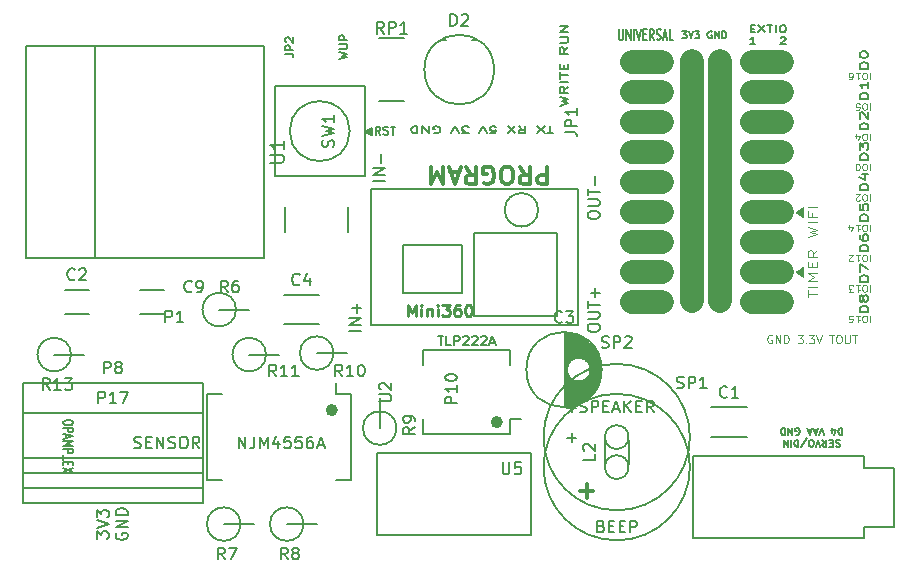
<source format=gbr>
G04 #@! TF.FileFunction,Legend,Top*
%FSLAX46Y46*%
G04 Gerber Fmt 4.6, Leading zero omitted, Abs format (unit mm)*
G04 Created by KiCad (PCBNEW 4.0.2+dfsg1-stable) date 2016年07月15日 17時34分00秒*
%MOMM*%
G01*
G04 APERTURE LIST*
%ADD10C,0.100000*%
%ADD11C,2.000000*%
%ADD12C,0.500000*%
%ADD13C,0.200000*%
%ADD14C,0.150000*%
%ADD15C,0.250000*%
%ADD16C,0.300000*%
%ADD17C,0.175000*%
%ADD18C,0.170000*%
%ADD19C,0.125000*%
G04 APERTURE END LIST*
D10*
X202405810Y-115934857D02*
X202443905Y-115934857D01*
X202329619Y-115887238D02*
X202443905Y-115887238D01*
X202253429Y-115839619D02*
X202443905Y-115839619D01*
X202177238Y-115792000D02*
X202443905Y-115792000D01*
X202139143Y-115744381D02*
X202443905Y-115744381D01*
X202062952Y-115696762D02*
X202443905Y-115696762D01*
X201986762Y-115649142D02*
X202443905Y-115649142D01*
X201910571Y-115601523D02*
X202443905Y-115601523D01*
X201834381Y-115553904D02*
X202443905Y-115553904D01*
X201910571Y-115506285D02*
X202443905Y-115506285D01*
X201986762Y-115458666D02*
X202443905Y-115458666D01*
X202062952Y-115411047D02*
X202443905Y-115411047D01*
X202139143Y-115363428D02*
X202443905Y-115363428D01*
X202177238Y-115315809D02*
X202443905Y-115315809D01*
X202253429Y-115268190D02*
X202443905Y-115268190D01*
X202329619Y-115220571D02*
X202443905Y-115220571D01*
X202443905Y-115172952D02*
X201872476Y-115553904D01*
X202443905Y-115934857D01*
X202405810Y-115172952D02*
X202443905Y-115172952D01*
X201834381Y-115553904D02*
X202443905Y-115125333D01*
X202443905Y-115982476D01*
X201834381Y-115553904D01*
X202405810Y-110887237D02*
X202443905Y-110887237D01*
X202329619Y-110839618D02*
X202443905Y-110839618D01*
X202253429Y-110791999D02*
X202443905Y-110791999D01*
X202177238Y-110744380D02*
X202443905Y-110744380D01*
X202139143Y-110696761D02*
X202443905Y-110696761D01*
X202062952Y-110649142D02*
X202443905Y-110649142D01*
X201986762Y-110601522D02*
X202443905Y-110601522D01*
X201910571Y-110553903D02*
X202443905Y-110553903D01*
X201834381Y-110506284D02*
X202443905Y-110506284D01*
X201910571Y-110458665D02*
X202443905Y-110458665D01*
X201986762Y-110411046D02*
X202443905Y-110411046D01*
X202062952Y-110363427D02*
X202443905Y-110363427D01*
X202139143Y-110315808D02*
X202443905Y-110315808D01*
X202177238Y-110268189D02*
X202443905Y-110268189D01*
X202253429Y-110220570D02*
X202443905Y-110220570D01*
X202329619Y-110172951D02*
X202443905Y-110172951D01*
X202443905Y-110125332D02*
X201872476Y-110506284D01*
X202443905Y-110887237D01*
X202405810Y-110125332D02*
X202443905Y-110125332D01*
X201834381Y-110506284D02*
X202443905Y-110077713D01*
X202443905Y-110934856D01*
X201834381Y-110506284D01*
X202863905Y-117696761D02*
X202863905Y-117125332D01*
X203663905Y-117411047D02*
X202863905Y-117411047D01*
X203663905Y-116791999D02*
X202863905Y-116791999D01*
X203663905Y-116315809D02*
X202863905Y-116315809D01*
X203435333Y-115982475D01*
X202863905Y-115649142D01*
X203663905Y-115649142D01*
X203244857Y-115172952D02*
X203244857Y-114839618D01*
X203663905Y-114696761D02*
X203663905Y-115172952D01*
X202863905Y-115172952D01*
X202863905Y-114696761D01*
X203663905Y-113696761D02*
X203282952Y-114030095D01*
X203663905Y-114268190D02*
X202863905Y-114268190D01*
X202863905Y-113887237D01*
X202902000Y-113791999D01*
X202940095Y-113744380D01*
X203016286Y-113696761D01*
X203130571Y-113696761D01*
X203206762Y-113744380D01*
X203244857Y-113791999D01*
X203282952Y-113887237D01*
X203282952Y-114268190D01*
X202863905Y-112601523D02*
X203663905Y-112363428D01*
X203092476Y-112172951D01*
X203663905Y-111982475D01*
X202863905Y-111744380D01*
X203663905Y-111363428D02*
X202863905Y-111363428D01*
X203244857Y-110553904D02*
X203244857Y-110887238D01*
X203663905Y-110887238D02*
X202863905Y-110887238D01*
X202863905Y-110411047D01*
X203663905Y-110030095D02*
X202863905Y-110030095D01*
D11*
X198120000Y-97790000D02*
X200660000Y-97790000D01*
X198120000Y-100330000D02*
X200660000Y-100330000D01*
X187960000Y-115570000D02*
X190500000Y-115570000D01*
X187960000Y-118110000D02*
X190500000Y-118110000D01*
D12*
X162828000Y-127254000D02*
G75*
G03X162828000Y-127254000I-268000J0D01*
G01*
X176798000Y-128270000D02*
G75*
G03X176798000Y-128270000I-268000J0D01*
G01*
D13*
X171551904Y-120973905D02*
X172009047Y-120973905D01*
X171780476Y-121773905D02*
X171780476Y-120973905D01*
X172656667Y-121773905D02*
X172275714Y-121773905D01*
X172275714Y-120973905D01*
X172923333Y-121773905D02*
X172923333Y-120973905D01*
X173228095Y-120973905D01*
X173304286Y-121012000D01*
X173342381Y-121050095D01*
X173380476Y-121126286D01*
X173380476Y-121240571D01*
X173342381Y-121316762D01*
X173304286Y-121354857D01*
X173228095Y-121392952D01*
X172923333Y-121392952D01*
X173685238Y-121050095D02*
X173723333Y-121012000D01*
X173799524Y-120973905D01*
X173990000Y-120973905D01*
X174066190Y-121012000D01*
X174104286Y-121050095D01*
X174142381Y-121126286D01*
X174142381Y-121202476D01*
X174104286Y-121316762D01*
X173647143Y-121773905D01*
X174142381Y-121773905D01*
X174447143Y-121050095D02*
X174485238Y-121012000D01*
X174561429Y-120973905D01*
X174751905Y-120973905D01*
X174828095Y-121012000D01*
X174866191Y-121050095D01*
X174904286Y-121126286D01*
X174904286Y-121202476D01*
X174866191Y-121316762D01*
X174409048Y-121773905D01*
X174904286Y-121773905D01*
X175209048Y-121050095D02*
X175247143Y-121012000D01*
X175323334Y-120973905D01*
X175513810Y-120973905D01*
X175590000Y-121012000D01*
X175628096Y-121050095D01*
X175666191Y-121126286D01*
X175666191Y-121202476D01*
X175628096Y-121316762D01*
X175170953Y-121773905D01*
X175666191Y-121773905D01*
X175970953Y-121545333D02*
X176351905Y-121545333D01*
X175894762Y-121773905D02*
X176161429Y-120973905D01*
X176428096Y-121773905D01*
D14*
X140646095Y-128259143D02*
X140646095Y-128373429D01*
X140608000Y-128430571D01*
X140531810Y-128487714D01*
X140379429Y-128516286D01*
X140112762Y-128516286D01*
X139960381Y-128487714D01*
X139884190Y-128430571D01*
X139846095Y-128373429D01*
X139846095Y-128259143D01*
X139884190Y-128202000D01*
X139960381Y-128144857D01*
X140112762Y-128116286D01*
X140379429Y-128116286D01*
X140531810Y-128144857D01*
X140608000Y-128202000D01*
X140646095Y-128259143D01*
X139846095Y-128773428D02*
X140646095Y-128773428D01*
X140646095Y-129002000D01*
X140608000Y-129059142D01*
X140569905Y-129087714D01*
X140493714Y-129116285D01*
X140379429Y-129116285D01*
X140303238Y-129087714D01*
X140265143Y-129059142D01*
X140227048Y-129002000D01*
X140227048Y-128773428D01*
X140074667Y-129344857D02*
X140074667Y-129630571D01*
X139846095Y-129287714D02*
X140646095Y-129487714D01*
X139846095Y-129687714D01*
X139846095Y-129887714D02*
X140646095Y-129887714D01*
X140074667Y-130087714D01*
X140646095Y-130287714D01*
X139846095Y-130287714D01*
X139846095Y-130573428D02*
X140646095Y-130573428D01*
X140646095Y-130802000D01*
X140608000Y-130859142D01*
X140569905Y-130887714D01*
X140493714Y-130916285D01*
X140379429Y-130916285D01*
X140303238Y-130887714D01*
X140265143Y-130859142D01*
X140227048Y-130802000D01*
X140227048Y-130573428D01*
X139769905Y-131030571D02*
X139769905Y-131487714D01*
X140265143Y-131630571D02*
X140265143Y-131830571D01*
X139846095Y-131916285D02*
X139846095Y-131630571D01*
X140646095Y-131630571D01*
X140646095Y-131916285D01*
X140646095Y-132116285D02*
X139846095Y-132516285D01*
X140646095Y-132516285D02*
X139846095Y-132116285D01*
D13*
X142670381Y-138144095D02*
X142670381Y-137525047D01*
X143051333Y-137858381D01*
X143051333Y-137715523D01*
X143098952Y-137620285D01*
X143146571Y-137572666D01*
X143241810Y-137525047D01*
X143479905Y-137525047D01*
X143575143Y-137572666D01*
X143622762Y-137620285D01*
X143670381Y-137715523D01*
X143670381Y-138001238D01*
X143622762Y-138096476D01*
X143575143Y-138144095D01*
X142670381Y-137239333D02*
X143670381Y-136906000D01*
X142670381Y-136572666D01*
X142670381Y-136334571D02*
X142670381Y-135715523D01*
X143051333Y-136048857D01*
X143051333Y-135905999D01*
X143098952Y-135810761D01*
X143146571Y-135763142D01*
X143241810Y-135715523D01*
X143479905Y-135715523D01*
X143575143Y-135763142D01*
X143622762Y-135810761D01*
X143670381Y-135905999D01*
X143670381Y-136191714D01*
X143622762Y-136286952D01*
X143575143Y-136334571D01*
X144318000Y-137667904D02*
X144270381Y-137763142D01*
X144270381Y-137905999D01*
X144318000Y-138048857D01*
X144413238Y-138144095D01*
X144508476Y-138191714D01*
X144698952Y-138239333D01*
X144841810Y-138239333D01*
X145032286Y-138191714D01*
X145127524Y-138144095D01*
X145222762Y-138048857D01*
X145270381Y-137905999D01*
X145270381Y-137810761D01*
X145222762Y-137667904D01*
X145175143Y-137620285D01*
X144841810Y-137620285D01*
X144841810Y-137810761D01*
X145270381Y-137191714D02*
X144270381Y-137191714D01*
X145270381Y-136620285D01*
X144270381Y-136620285D01*
X145270381Y-136144095D02*
X144270381Y-136144095D01*
X144270381Y-135906000D01*
X144318000Y-135763142D01*
X144413238Y-135667904D01*
X144508476Y-135620285D01*
X144698952Y-135572666D01*
X144841810Y-135572666D01*
X145032286Y-135620285D01*
X145127524Y-135667904D01*
X145222762Y-135763142D01*
X145270381Y-135906000D01*
X145270381Y-136144095D01*
X145828095Y-130452762D02*
X145970952Y-130500381D01*
X146209048Y-130500381D01*
X146304286Y-130452762D01*
X146351905Y-130405143D01*
X146399524Y-130309905D01*
X146399524Y-130214667D01*
X146351905Y-130119429D01*
X146304286Y-130071810D01*
X146209048Y-130024190D01*
X146018571Y-129976571D01*
X145923333Y-129928952D01*
X145875714Y-129881333D01*
X145828095Y-129786095D01*
X145828095Y-129690857D01*
X145875714Y-129595619D01*
X145923333Y-129548000D01*
X146018571Y-129500381D01*
X146256667Y-129500381D01*
X146399524Y-129548000D01*
X146828095Y-129976571D02*
X147161429Y-129976571D01*
X147304286Y-130500381D02*
X146828095Y-130500381D01*
X146828095Y-129500381D01*
X147304286Y-129500381D01*
X147732857Y-130500381D02*
X147732857Y-129500381D01*
X148304286Y-130500381D01*
X148304286Y-129500381D01*
X148732857Y-130452762D02*
X148875714Y-130500381D01*
X149113810Y-130500381D01*
X149209048Y-130452762D01*
X149256667Y-130405143D01*
X149304286Y-130309905D01*
X149304286Y-130214667D01*
X149256667Y-130119429D01*
X149209048Y-130071810D01*
X149113810Y-130024190D01*
X148923333Y-129976571D01*
X148828095Y-129928952D01*
X148780476Y-129881333D01*
X148732857Y-129786095D01*
X148732857Y-129690857D01*
X148780476Y-129595619D01*
X148828095Y-129548000D01*
X148923333Y-129500381D01*
X149161429Y-129500381D01*
X149304286Y-129548000D01*
X149923333Y-129500381D02*
X150113810Y-129500381D01*
X150209048Y-129548000D01*
X150304286Y-129643238D01*
X150351905Y-129833714D01*
X150351905Y-130167048D01*
X150304286Y-130357524D01*
X150209048Y-130452762D01*
X150113810Y-130500381D01*
X149923333Y-130500381D01*
X149828095Y-130452762D01*
X149732857Y-130357524D01*
X149685238Y-130167048D01*
X149685238Y-129833714D01*
X149732857Y-129643238D01*
X149828095Y-129548000D01*
X149923333Y-129500381D01*
X151351905Y-130500381D02*
X151018571Y-130024190D01*
X150780476Y-130500381D02*
X150780476Y-129500381D01*
X151161429Y-129500381D01*
X151256667Y-129548000D01*
X151304286Y-129595619D01*
X151351905Y-129690857D01*
X151351905Y-129833714D01*
X151304286Y-129928952D01*
X151256667Y-129976571D01*
X151161429Y-130024190D01*
X150780476Y-130024190D01*
D15*
X169013524Y-119324381D02*
X169013524Y-118324381D01*
X169346858Y-119038667D01*
X169680191Y-118324381D01*
X169680191Y-119324381D01*
X170156381Y-119324381D02*
X170156381Y-118657714D01*
X170156381Y-118324381D02*
X170108762Y-118372000D01*
X170156381Y-118419619D01*
X170204000Y-118372000D01*
X170156381Y-118324381D01*
X170156381Y-118419619D01*
X170632571Y-118657714D02*
X170632571Y-119324381D01*
X170632571Y-118752952D02*
X170680190Y-118705333D01*
X170775428Y-118657714D01*
X170918286Y-118657714D01*
X171013524Y-118705333D01*
X171061143Y-118800571D01*
X171061143Y-119324381D01*
X171537333Y-119324381D02*
X171537333Y-118657714D01*
X171537333Y-118324381D02*
X171489714Y-118372000D01*
X171537333Y-118419619D01*
X171584952Y-118372000D01*
X171537333Y-118324381D01*
X171537333Y-118419619D01*
X171918285Y-118324381D02*
X172537333Y-118324381D01*
X172203999Y-118705333D01*
X172346857Y-118705333D01*
X172442095Y-118752952D01*
X172489714Y-118800571D01*
X172537333Y-118895810D01*
X172537333Y-119133905D01*
X172489714Y-119229143D01*
X172442095Y-119276762D01*
X172346857Y-119324381D01*
X172061142Y-119324381D01*
X171965904Y-119276762D01*
X171918285Y-119229143D01*
X173394476Y-118324381D02*
X173203999Y-118324381D01*
X173108761Y-118372000D01*
X173061142Y-118419619D01*
X172965904Y-118562476D01*
X172918285Y-118752952D01*
X172918285Y-119133905D01*
X172965904Y-119229143D01*
X173013523Y-119276762D01*
X173108761Y-119324381D01*
X173299238Y-119324381D01*
X173394476Y-119276762D01*
X173442095Y-119229143D01*
X173489714Y-119133905D01*
X173489714Y-118895810D01*
X173442095Y-118800571D01*
X173394476Y-118752952D01*
X173299238Y-118705333D01*
X173108761Y-118705333D01*
X173013523Y-118752952D01*
X172965904Y-118800571D01*
X172918285Y-118895810D01*
X174108761Y-118324381D02*
X174204000Y-118324381D01*
X174299238Y-118372000D01*
X174346857Y-118419619D01*
X174394476Y-118514857D01*
X174442095Y-118705333D01*
X174442095Y-118943429D01*
X174394476Y-119133905D01*
X174346857Y-119229143D01*
X174299238Y-119276762D01*
X174204000Y-119324381D01*
X174108761Y-119324381D01*
X174013523Y-119276762D01*
X173965904Y-119229143D01*
X173918285Y-119133905D01*
X173870666Y-118943429D01*
X173870666Y-118705333D01*
X173918285Y-118514857D01*
X173965904Y-118419619D01*
X174013523Y-118372000D01*
X174108761Y-118324381D01*
D14*
X186887429Y-95011143D02*
X186887429Y-95739714D01*
X186916001Y-95825429D01*
X186944572Y-95868286D01*
X187001715Y-95911143D01*
X187116001Y-95911143D01*
X187173143Y-95868286D01*
X187201715Y-95825429D01*
X187230286Y-95739714D01*
X187230286Y-95011143D01*
X187516000Y-95911143D02*
X187516000Y-95011143D01*
X187858857Y-95911143D01*
X187858857Y-95011143D01*
X188144571Y-95911143D02*
X188144571Y-95011143D01*
X188344571Y-95011143D02*
X188544571Y-95911143D01*
X188744571Y-95011143D01*
X188944571Y-95439714D02*
X189144571Y-95439714D01*
X189230285Y-95911143D02*
X188944571Y-95911143D01*
X188944571Y-95011143D01*
X189230285Y-95011143D01*
X189830285Y-95911143D02*
X189630285Y-95482571D01*
X189487428Y-95911143D02*
X189487428Y-95011143D01*
X189716000Y-95011143D01*
X189773142Y-95054000D01*
X189801714Y-95096857D01*
X189830285Y-95182571D01*
X189830285Y-95311143D01*
X189801714Y-95396857D01*
X189773142Y-95439714D01*
X189716000Y-95482571D01*
X189487428Y-95482571D01*
X190058857Y-95868286D02*
X190144571Y-95911143D01*
X190287428Y-95911143D01*
X190344571Y-95868286D01*
X190373142Y-95825429D01*
X190401714Y-95739714D01*
X190401714Y-95654000D01*
X190373142Y-95568286D01*
X190344571Y-95525429D01*
X190287428Y-95482571D01*
X190173142Y-95439714D01*
X190116000Y-95396857D01*
X190087428Y-95354000D01*
X190058857Y-95268286D01*
X190058857Y-95182571D01*
X190087428Y-95096857D01*
X190116000Y-95054000D01*
X190173142Y-95011143D01*
X190316000Y-95011143D01*
X190401714Y-95054000D01*
X190630286Y-95654000D02*
X190916000Y-95654000D01*
X190573143Y-95911143D02*
X190773143Y-95011143D01*
X190973143Y-95911143D01*
X191458857Y-95911143D02*
X191173143Y-95911143D01*
X191173143Y-95011143D01*
D16*
X180823571Y-106636429D02*
X180823571Y-108136429D01*
X180252143Y-108136429D01*
X180109285Y-108065000D01*
X180037857Y-107993571D01*
X179966428Y-107850714D01*
X179966428Y-107636429D01*
X180037857Y-107493571D01*
X180109285Y-107422143D01*
X180252143Y-107350714D01*
X180823571Y-107350714D01*
X178466428Y-106636429D02*
X178966428Y-107350714D01*
X179323571Y-106636429D02*
X179323571Y-108136429D01*
X178752143Y-108136429D01*
X178609285Y-108065000D01*
X178537857Y-107993571D01*
X178466428Y-107850714D01*
X178466428Y-107636429D01*
X178537857Y-107493571D01*
X178609285Y-107422143D01*
X178752143Y-107350714D01*
X179323571Y-107350714D01*
X177537857Y-108136429D02*
X177252143Y-108136429D01*
X177109285Y-108065000D01*
X176966428Y-107922143D01*
X176895000Y-107636429D01*
X176895000Y-107136429D01*
X176966428Y-106850714D01*
X177109285Y-106707857D01*
X177252143Y-106636429D01*
X177537857Y-106636429D01*
X177680714Y-106707857D01*
X177823571Y-106850714D01*
X177895000Y-107136429D01*
X177895000Y-107636429D01*
X177823571Y-107922143D01*
X177680714Y-108065000D01*
X177537857Y-108136429D01*
X175466428Y-108065000D02*
X175609285Y-108136429D01*
X175823571Y-108136429D01*
X176037856Y-108065000D01*
X176180714Y-107922143D01*
X176252142Y-107779286D01*
X176323571Y-107493571D01*
X176323571Y-107279286D01*
X176252142Y-106993571D01*
X176180714Y-106850714D01*
X176037856Y-106707857D01*
X175823571Y-106636429D01*
X175680714Y-106636429D01*
X175466428Y-106707857D01*
X175394999Y-106779286D01*
X175394999Y-107279286D01*
X175680714Y-107279286D01*
X173894999Y-106636429D02*
X174394999Y-107350714D01*
X174752142Y-106636429D02*
X174752142Y-108136429D01*
X174180714Y-108136429D01*
X174037856Y-108065000D01*
X173966428Y-107993571D01*
X173894999Y-107850714D01*
X173894999Y-107636429D01*
X173966428Y-107493571D01*
X174037856Y-107422143D01*
X174180714Y-107350714D01*
X174752142Y-107350714D01*
X173323571Y-107065000D02*
X172609285Y-107065000D01*
X173466428Y-106636429D02*
X172966428Y-108136429D01*
X172466428Y-106636429D01*
X171966428Y-106636429D02*
X171966428Y-108136429D01*
X171466428Y-107065000D01*
X170966428Y-108136429D01*
X170966428Y-106636429D01*
D14*
X192230856Y-95175429D02*
X192602285Y-95175429D01*
X192402285Y-95404000D01*
X192487999Y-95404000D01*
X192545142Y-95432571D01*
X192573713Y-95461143D01*
X192602285Y-95518286D01*
X192602285Y-95661143D01*
X192573713Y-95718286D01*
X192545142Y-95746857D01*
X192487999Y-95775429D01*
X192316571Y-95775429D01*
X192259428Y-95746857D01*
X192230856Y-95718286D01*
X192773714Y-95175429D02*
X192973714Y-95775429D01*
X193173714Y-95175429D01*
X193316571Y-95175429D02*
X193688000Y-95175429D01*
X193488000Y-95404000D01*
X193573714Y-95404000D01*
X193630857Y-95432571D01*
X193659428Y-95461143D01*
X193688000Y-95518286D01*
X193688000Y-95661143D01*
X193659428Y-95718286D01*
X193630857Y-95746857D01*
X193573714Y-95775429D01*
X193402286Y-95775429D01*
X193345143Y-95746857D01*
X193316571Y-95718286D01*
X194716572Y-95204000D02*
X194659429Y-95175429D01*
X194573715Y-95175429D01*
X194488000Y-95204000D01*
X194430858Y-95261143D01*
X194402286Y-95318286D01*
X194373715Y-95432571D01*
X194373715Y-95518286D01*
X194402286Y-95632571D01*
X194430858Y-95689714D01*
X194488000Y-95746857D01*
X194573715Y-95775429D01*
X194630858Y-95775429D01*
X194716572Y-95746857D01*
X194745143Y-95718286D01*
X194745143Y-95518286D01*
X194630858Y-95518286D01*
X195002286Y-95775429D02*
X195002286Y-95175429D01*
X195345143Y-95775429D01*
X195345143Y-95175429D01*
X195630857Y-95775429D02*
X195630857Y-95175429D01*
X195773714Y-95175429D01*
X195859429Y-95204000D01*
X195916571Y-95261143D01*
X195945143Y-95318286D01*
X195973714Y-95432571D01*
X195973714Y-95518286D01*
X195945143Y-95632571D01*
X195916571Y-95689714D01*
X195859429Y-95746857D01*
X195773714Y-95775429D01*
X195630857Y-95775429D01*
D16*
X184721428Y-134092143D02*
X183578571Y-134092143D01*
X184150000Y-134663571D02*
X184150000Y-133520714D01*
D14*
X205585713Y-129792143D02*
X205499999Y-129763571D01*
X205357142Y-129763571D01*
X205299999Y-129792143D01*
X205271428Y-129820714D01*
X205242856Y-129877857D01*
X205242856Y-129935000D01*
X205271428Y-129992143D01*
X205299999Y-130020714D01*
X205357142Y-130049286D01*
X205471428Y-130077857D01*
X205528570Y-130106429D01*
X205557142Y-130135000D01*
X205585713Y-130192143D01*
X205585713Y-130249286D01*
X205557142Y-130306429D01*
X205528570Y-130335000D01*
X205471428Y-130363571D01*
X205328570Y-130363571D01*
X205242856Y-130335000D01*
X204985713Y-130077857D02*
X204785713Y-130077857D01*
X204699999Y-129763571D02*
X204985713Y-129763571D01*
X204985713Y-130363571D01*
X204699999Y-130363571D01*
X204099999Y-129763571D02*
X204299999Y-130049286D01*
X204442856Y-129763571D02*
X204442856Y-130363571D01*
X204214284Y-130363571D01*
X204157142Y-130335000D01*
X204128570Y-130306429D01*
X204099999Y-130249286D01*
X204099999Y-130163571D01*
X204128570Y-130106429D01*
X204157142Y-130077857D01*
X204214284Y-130049286D01*
X204442856Y-130049286D01*
X203928570Y-130363571D02*
X203728570Y-129763571D01*
X203528570Y-130363571D01*
X203214284Y-130363571D02*
X203099998Y-130363571D01*
X203042856Y-130335000D01*
X202985713Y-130277857D01*
X202957141Y-130163571D01*
X202957141Y-129963571D01*
X202985713Y-129849286D01*
X203042856Y-129792143D01*
X203099998Y-129763571D01*
X203214284Y-129763571D01*
X203271427Y-129792143D01*
X203328570Y-129849286D01*
X203357141Y-129963571D01*
X203357141Y-130163571D01*
X203328570Y-130277857D01*
X203271427Y-130335000D01*
X203214284Y-130363571D01*
X202271427Y-130392143D02*
X202785713Y-129620714D01*
X202071428Y-129763571D02*
X202071428Y-130363571D01*
X201928571Y-130363571D01*
X201842856Y-130335000D01*
X201785714Y-130277857D01*
X201757142Y-130220714D01*
X201728571Y-130106429D01*
X201728571Y-130020714D01*
X201757142Y-129906429D01*
X201785714Y-129849286D01*
X201842856Y-129792143D01*
X201928571Y-129763571D01*
X202071428Y-129763571D01*
X201471428Y-129763571D02*
X201471428Y-130363571D01*
X201185714Y-129763571D02*
X201185714Y-130363571D01*
X200842857Y-129763571D01*
X200842857Y-130363571D01*
X205785715Y-128773571D02*
X205785715Y-129373571D01*
X205642858Y-129373571D01*
X205557143Y-129345000D01*
X205500001Y-129287857D01*
X205471429Y-129230714D01*
X205442858Y-129116429D01*
X205442858Y-129030714D01*
X205471429Y-128916429D01*
X205500001Y-128859286D01*
X205557143Y-128802143D01*
X205642858Y-128773571D01*
X205785715Y-128773571D01*
X204928572Y-129173571D02*
X204928572Y-128773571D01*
X205071429Y-129402143D02*
X205214286Y-128973571D01*
X204842858Y-128973571D01*
X204242857Y-129373571D02*
X204042857Y-128773571D01*
X203842857Y-129373571D01*
X203671428Y-128945000D02*
X203385714Y-128945000D01*
X203728571Y-128773571D02*
X203528571Y-129373571D01*
X203328571Y-128773571D01*
X203157142Y-128945000D02*
X202871428Y-128945000D01*
X203214285Y-128773571D02*
X203014285Y-129373571D01*
X202814285Y-128773571D01*
X201842856Y-129345000D02*
X201899999Y-129373571D01*
X201985713Y-129373571D01*
X202071428Y-129345000D01*
X202128570Y-129287857D01*
X202157142Y-129230714D01*
X202185713Y-129116429D01*
X202185713Y-129030714D01*
X202157142Y-128916429D01*
X202128570Y-128859286D01*
X202071428Y-128802143D01*
X201985713Y-128773571D01*
X201928570Y-128773571D01*
X201842856Y-128802143D01*
X201814285Y-128830714D01*
X201814285Y-129030714D01*
X201928570Y-129030714D01*
X201557142Y-128773571D02*
X201557142Y-129373571D01*
X201214285Y-128773571D01*
X201214285Y-129373571D01*
X200928571Y-128773571D02*
X200928571Y-129373571D01*
X200785714Y-129373571D01*
X200699999Y-129345000D01*
X200642857Y-129287857D01*
X200614285Y-129230714D01*
X200585714Y-129116429D01*
X200585714Y-129030714D01*
X200614285Y-128916429D01*
X200642857Y-128859286D01*
X200699999Y-128802143D01*
X200785714Y-128773571D01*
X200928571Y-128773571D01*
D10*
X208137143Y-119247714D02*
X208137143Y-119787714D01*
X207737143Y-119787714D02*
X207622857Y-119787714D01*
X207565715Y-119762000D01*
X207508572Y-119710571D01*
X207480000Y-119607714D01*
X207480000Y-119427714D01*
X207508572Y-119324857D01*
X207565715Y-119273429D01*
X207622857Y-119247714D01*
X207737143Y-119247714D01*
X207794286Y-119273429D01*
X207851429Y-119324857D01*
X207880000Y-119427714D01*
X207880000Y-119607714D01*
X207851429Y-119710571D01*
X207794286Y-119762000D01*
X207737143Y-119787714D01*
X206908572Y-119247714D02*
X207251429Y-119247714D01*
X207080001Y-119247714D02*
X207080001Y-119787714D01*
X207137144Y-119710571D01*
X207194286Y-119659143D01*
X207251429Y-119633429D01*
X206365715Y-119787714D02*
X206651429Y-119787714D01*
X206680000Y-119530571D01*
X206651429Y-119556286D01*
X206594286Y-119582000D01*
X206451429Y-119582000D01*
X206394286Y-119556286D01*
X206365715Y-119530571D01*
X206337143Y-119479143D01*
X206337143Y-119350571D01*
X206365715Y-119299143D01*
X206394286Y-119273429D01*
X206451429Y-119247714D01*
X206594286Y-119247714D01*
X206651429Y-119273429D01*
X206680000Y-119299143D01*
X208137143Y-116679714D02*
X208137143Y-117219714D01*
X207737143Y-117219714D02*
X207622857Y-117219714D01*
X207565715Y-117194000D01*
X207508572Y-117142571D01*
X207480000Y-117039714D01*
X207480000Y-116859714D01*
X207508572Y-116756857D01*
X207565715Y-116705429D01*
X207622857Y-116679714D01*
X207737143Y-116679714D01*
X207794286Y-116705429D01*
X207851429Y-116756857D01*
X207880000Y-116859714D01*
X207880000Y-117039714D01*
X207851429Y-117142571D01*
X207794286Y-117194000D01*
X207737143Y-117219714D01*
X206908572Y-116679714D02*
X207251429Y-116679714D01*
X207080001Y-116679714D02*
X207080001Y-117219714D01*
X207137144Y-117142571D01*
X207194286Y-117091143D01*
X207251429Y-117065429D01*
X206708572Y-117219714D02*
X206337143Y-117219714D01*
X206537143Y-117014000D01*
X206451429Y-117014000D01*
X206394286Y-116988286D01*
X206365715Y-116962571D01*
X206337143Y-116911143D01*
X206337143Y-116782571D01*
X206365715Y-116731143D01*
X206394286Y-116705429D01*
X206451429Y-116679714D01*
X206622857Y-116679714D01*
X206680000Y-116705429D01*
X206708572Y-116731143D01*
X208137143Y-114111714D02*
X208137143Y-114651714D01*
X207737143Y-114651714D02*
X207622857Y-114651714D01*
X207565715Y-114626000D01*
X207508572Y-114574571D01*
X207480000Y-114471714D01*
X207480000Y-114291714D01*
X207508572Y-114188857D01*
X207565715Y-114137429D01*
X207622857Y-114111714D01*
X207737143Y-114111714D01*
X207794286Y-114137429D01*
X207851429Y-114188857D01*
X207880000Y-114291714D01*
X207880000Y-114471714D01*
X207851429Y-114574571D01*
X207794286Y-114626000D01*
X207737143Y-114651714D01*
X206908572Y-114111714D02*
X207251429Y-114111714D01*
X207080001Y-114111714D02*
X207080001Y-114651714D01*
X207137144Y-114574571D01*
X207194286Y-114523143D01*
X207251429Y-114497429D01*
X206680000Y-114600286D02*
X206651429Y-114626000D01*
X206594286Y-114651714D01*
X206451429Y-114651714D01*
X206394286Y-114626000D01*
X206365715Y-114600286D01*
X206337143Y-114548857D01*
X206337143Y-114497429D01*
X206365715Y-114420286D01*
X206708572Y-114111714D01*
X206337143Y-114111714D01*
X208137143Y-111543714D02*
X208137143Y-112083714D01*
X207737143Y-112083714D02*
X207622857Y-112083714D01*
X207565715Y-112058000D01*
X207508572Y-112006571D01*
X207480000Y-111903714D01*
X207480000Y-111723714D01*
X207508572Y-111620857D01*
X207565715Y-111569429D01*
X207622857Y-111543714D01*
X207737143Y-111543714D01*
X207794286Y-111569429D01*
X207851429Y-111620857D01*
X207880000Y-111723714D01*
X207880000Y-111903714D01*
X207851429Y-112006571D01*
X207794286Y-112058000D01*
X207737143Y-112083714D01*
X206908572Y-111543714D02*
X207251429Y-111543714D01*
X207080001Y-111543714D02*
X207080001Y-112083714D01*
X207137144Y-112006571D01*
X207194286Y-111955143D01*
X207251429Y-111929429D01*
X206394286Y-111903714D02*
X206394286Y-111543714D01*
X206537143Y-112109429D02*
X206680000Y-111723714D01*
X206308572Y-111723714D01*
X208137143Y-108975714D02*
X208137143Y-109515714D01*
X207737143Y-109515714D02*
X207622857Y-109515714D01*
X207565715Y-109490000D01*
X207508572Y-109438571D01*
X207480000Y-109335714D01*
X207480000Y-109155714D01*
X207508572Y-109052857D01*
X207565715Y-109001429D01*
X207622857Y-108975714D01*
X207737143Y-108975714D01*
X207794286Y-109001429D01*
X207851429Y-109052857D01*
X207880000Y-109155714D01*
X207880000Y-109335714D01*
X207851429Y-109438571D01*
X207794286Y-109490000D01*
X207737143Y-109515714D01*
X207251429Y-109464286D02*
X207222858Y-109490000D01*
X207165715Y-109515714D01*
X207022858Y-109515714D01*
X206965715Y-109490000D01*
X206937144Y-109464286D01*
X206908572Y-109412857D01*
X206908572Y-109361429D01*
X206937144Y-109284286D01*
X207280001Y-108975714D01*
X206908572Y-108975714D01*
X208137143Y-106407714D02*
X208137143Y-106947714D01*
X207737143Y-106947714D02*
X207622857Y-106947714D01*
X207565715Y-106922000D01*
X207508572Y-106870571D01*
X207480000Y-106767714D01*
X207480000Y-106587714D01*
X207508572Y-106484857D01*
X207565715Y-106433429D01*
X207622857Y-106407714D01*
X207737143Y-106407714D01*
X207794286Y-106433429D01*
X207851429Y-106484857D01*
X207880000Y-106587714D01*
X207880000Y-106767714D01*
X207851429Y-106870571D01*
X207794286Y-106922000D01*
X207737143Y-106947714D01*
X207108572Y-106947714D02*
X207051429Y-106947714D01*
X206994286Y-106922000D01*
X206965715Y-106896286D01*
X206937144Y-106844857D01*
X206908572Y-106742000D01*
X206908572Y-106613429D01*
X206937144Y-106510571D01*
X206965715Y-106459143D01*
X206994286Y-106433429D01*
X207051429Y-106407714D01*
X207108572Y-106407714D01*
X207165715Y-106433429D01*
X207194286Y-106459143D01*
X207222858Y-106510571D01*
X207251429Y-106613429D01*
X207251429Y-106742000D01*
X207222858Y-106844857D01*
X207194286Y-106896286D01*
X207165715Y-106922000D01*
X207108572Y-106947714D01*
X208137143Y-103839714D02*
X208137143Y-104379714D01*
X207737143Y-104379714D02*
X207622857Y-104379714D01*
X207565715Y-104354000D01*
X207508572Y-104302571D01*
X207480000Y-104199714D01*
X207480000Y-104019714D01*
X207508572Y-103916857D01*
X207565715Y-103865429D01*
X207622857Y-103839714D01*
X207737143Y-103839714D01*
X207794286Y-103865429D01*
X207851429Y-103916857D01*
X207880000Y-104019714D01*
X207880000Y-104199714D01*
X207851429Y-104302571D01*
X207794286Y-104354000D01*
X207737143Y-104379714D01*
X206965715Y-104199714D02*
X206965715Y-103839714D01*
X207108572Y-104405429D02*
X207251429Y-104019714D01*
X206880001Y-104019714D01*
X208137143Y-101271714D02*
X208137143Y-101811714D01*
X207737143Y-101811714D02*
X207622857Y-101811714D01*
X207565715Y-101786000D01*
X207508572Y-101734571D01*
X207480000Y-101631714D01*
X207480000Y-101451714D01*
X207508572Y-101348857D01*
X207565715Y-101297429D01*
X207622857Y-101271714D01*
X207737143Y-101271714D01*
X207794286Y-101297429D01*
X207851429Y-101348857D01*
X207880000Y-101451714D01*
X207880000Y-101631714D01*
X207851429Y-101734571D01*
X207794286Y-101786000D01*
X207737143Y-101811714D01*
X206937144Y-101811714D02*
X207222858Y-101811714D01*
X207251429Y-101554571D01*
X207222858Y-101580286D01*
X207165715Y-101606000D01*
X207022858Y-101606000D01*
X206965715Y-101580286D01*
X206937144Y-101554571D01*
X206908572Y-101503143D01*
X206908572Y-101374571D01*
X206937144Y-101323143D01*
X206965715Y-101297429D01*
X207022858Y-101271714D01*
X207165715Y-101271714D01*
X207222858Y-101297429D01*
X207251429Y-101323143D01*
X208137143Y-98703714D02*
X208137143Y-99243714D01*
X207737143Y-99243714D02*
X207622857Y-99243714D01*
X207565715Y-99218000D01*
X207508572Y-99166571D01*
X207480000Y-99063714D01*
X207480000Y-98883714D01*
X207508572Y-98780857D01*
X207565715Y-98729429D01*
X207622857Y-98703714D01*
X207737143Y-98703714D01*
X207794286Y-98729429D01*
X207851429Y-98780857D01*
X207880000Y-98883714D01*
X207880000Y-99063714D01*
X207851429Y-99166571D01*
X207794286Y-99218000D01*
X207737143Y-99243714D01*
X206908572Y-98703714D02*
X207251429Y-98703714D01*
X207080001Y-98703714D02*
X207080001Y-99243714D01*
X207137144Y-99166571D01*
X207194286Y-99115143D01*
X207251429Y-99089429D01*
X206394286Y-99243714D02*
X206508572Y-99243714D01*
X206565715Y-99218000D01*
X206594286Y-99192286D01*
X206651429Y-99115143D01*
X206680000Y-99012286D01*
X206680000Y-98806571D01*
X206651429Y-98755143D01*
X206622857Y-98729429D01*
X206565715Y-98703714D01*
X206451429Y-98703714D01*
X206394286Y-98729429D01*
X206365715Y-98755143D01*
X206337143Y-98806571D01*
X206337143Y-98935143D01*
X206365715Y-98986571D01*
X206394286Y-99012286D01*
X206451429Y-99038000D01*
X206565715Y-99038000D01*
X206622857Y-99012286D01*
X206651429Y-98986571D01*
X206680000Y-98935143D01*
D17*
X181861667Y-101495000D02*
X182561667Y-101280714D01*
X182061667Y-101109285D01*
X182561667Y-100937857D01*
X181861667Y-100723571D01*
X182561667Y-99866429D02*
X182228333Y-100166429D01*
X182561667Y-100380714D02*
X181861667Y-100380714D01*
X181861667Y-100037857D01*
X181895000Y-99952143D01*
X181928333Y-99909286D01*
X181995000Y-99866429D01*
X182095000Y-99866429D01*
X182161667Y-99909286D01*
X182195000Y-99952143D01*
X182228333Y-100037857D01*
X182228333Y-100380714D01*
X182561667Y-99480714D02*
X181861667Y-99480714D01*
X181861667Y-99180715D02*
X181861667Y-98666429D01*
X182561667Y-98923572D02*
X181861667Y-98923572D01*
X182195000Y-98366429D02*
X182195000Y-98066429D01*
X182561667Y-97937858D02*
X182561667Y-98366429D01*
X181861667Y-98366429D01*
X181861667Y-97937858D01*
X182561667Y-96549286D02*
X182228333Y-96849286D01*
X182561667Y-97063571D02*
X181861667Y-97063571D01*
X181861667Y-96720714D01*
X181895000Y-96635000D01*
X181928333Y-96592143D01*
X181995000Y-96549286D01*
X182095000Y-96549286D01*
X182161667Y-96592143D01*
X182195000Y-96635000D01*
X182228333Y-96720714D01*
X182228333Y-97063571D01*
X181861667Y-96163571D02*
X182428333Y-96163571D01*
X182495000Y-96120714D01*
X182528333Y-96077857D01*
X182561667Y-95992143D01*
X182561667Y-95820714D01*
X182528333Y-95735000D01*
X182495000Y-95692143D01*
X182428333Y-95649286D01*
X181861667Y-95649286D01*
X182561667Y-95220714D02*
X181861667Y-95220714D01*
X182561667Y-94706429D01*
X181861667Y-94706429D01*
D18*
X163192667Y-97536666D02*
X163892667Y-97369999D01*
X163392667Y-97236666D01*
X163892667Y-97103333D01*
X163192667Y-96936666D01*
X163192667Y-96669999D02*
X163759333Y-96669999D01*
X163826000Y-96636666D01*
X163859333Y-96603333D01*
X163892667Y-96536666D01*
X163892667Y-96403333D01*
X163859333Y-96336666D01*
X163826000Y-96303333D01*
X163759333Y-96269999D01*
X163192667Y-96269999D01*
X163892667Y-95936666D02*
X163192667Y-95936666D01*
X163192667Y-95670000D01*
X163226000Y-95603333D01*
X163259333Y-95570000D01*
X163326000Y-95536666D01*
X163426000Y-95536666D01*
X163492667Y-95570000D01*
X163526000Y-95603333D01*
X163559333Y-95670000D01*
X163559333Y-95936666D01*
D11*
X198120000Y-118110000D02*
X200660000Y-118110000D01*
X187960000Y-113030000D02*
X190500000Y-113030000D01*
X198120000Y-115570000D02*
X200660000Y-115570000D01*
X187960000Y-110490000D02*
X190500000Y-110490000D01*
X187960000Y-107950000D02*
X190500000Y-107950000D01*
X198120000Y-113030000D02*
X200660000Y-113030000D01*
X198120000Y-110490000D02*
X200660000Y-110490000D01*
X198120000Y-107950000D02*
X200660000Y-107950000D01*
X187960000Y-105410000D02*
X190500000Y-105410000D01*
X187960000Y-102870000D02*
X190500000Y-102870000D01*
X187960000Y-100330000D02*
X190500000Y-100330000D01*
X198120000Y-105410000D02*
X200660000Y-105410000D01*
X187960000Y-97790000D02*
X190500000Y-97790000D01*
X198120000Y-102870000D02*
X200660000Y-102870000D01*
X195426000Y-97663000D02*
X195426000Y-118000000D01*
X193040000Y-97663000D02*
X193040000Y-118000000D01*
D14*
X198044190Y-94966143D02*
X198310857Y-94966143D01*
X198425143Y-95280429D02*
X198044190Y-95280429D01*
X198044190Y-94680429D01*
X198425143Y-94680429D01*
X198691810Y-94680429D02*
X199225143Y-95280429D01*
X199225143Y-94680429D02*
X198691810Y-95280429D01*
X199415619Y-94680429D02*
X199872762Y-94680429D01*
X199644191Y-95280429D02*
X199644191Y-94680429D01*
X200139429Y-95280429D02*
X200139429Y-94680429D01*
X200672762Y-94680429D02*
X200825143Y-94680429D01*
X200901334Y-94709000D01*
X200977524Y-94766143D01*
X201015619Y-94880429D01*
X201015619Y-95080429D01*
X200977524Y-95194714D01*
X200901334Y-95251857D01*
X200825143Y-95280429D01*
X200672762Y-95280429D01*
X200596572Y-95251857D01*
X200520381Y-95194714D01*
X200482286Y-95080429D01*
X200482286Y-94880429D01*
X200520381Y-94766143D01*
X200596572Y-94709000D01*
X200672762Y-94680429D01*
X198425142Y-96270429D02*
X197967999Y-96270429D01*
X198196570Y-96270429D02*
X198196570Y-95670429D01*
X198120380Y-95756143D01*
X198044189Y-95813286D01*
X197967999Y-95841857D01*
X200558476Y-95727571D02*
X200596571Y-95699000D01*
X200672762Y-95670429D01*
X200863238Y-95670429D01*
X200939428Y-95699000D01*
X200977524Y-95727571D01*
X201015619Y-95784714D01*
X201015619Y-95841857D01*
X200977524Y-95927571D01*
X200520381Y-96270429D01*
X201015619Y-96270429D01*
X207961667Y-118965479D02*
X207261667Y-118965479D01*
X207261667Y-118739288D01*
X207295000Y-118603574D01*
X207361667Y-118513098D01*
X207428333Y-118467859D01*
X207561667Y-118422621D01*
X207661667Y-118422621D01*
X207795000Y-118467859D01*
X207861667Y-118513098D01*
X207928333Y-118603574D01*
X207961667Y-118739288D01*
X207961667Y-118965479D01*
X207561667Y-117879764D02*
X207528333Y-117970240D01*
X207495000Y-118015479D01*
X207428333Y-118060717D01*
X207395000Y-118060717D01*
X207328333Y-118015479D01*
X207295000Y-117970240D01*
X207261667Y-117879764D01*
X207261667Y-117698812D01*
X207295000Y-117608336D01*
X207328333Y-117563098D01*
X207395000Y-117517859D01*
X207428333Y-117517859D01*
X207495000Y-117563098D01*
X207528333Y-117608336D01*
X207561667Y-117698812D01*
X207561667Y-117879764D01*
X207595000Y-117970240D01*
X207628333Y-118015479D01*
X207695000Y-118060717D01*
X207828333Y-118060717D01*
X207895000Y-118015479D01*
X207928333Y-117970240D01*
X207961667Y-117879764D01*
X207961667Y-117698812D01*
X207928333Y-117608336D01*
X207895000Y-117563098D01*
X207828333Y-117517859D01*
X207695000Y-117517859D01*
X207628333Y-117563098D01*
X207595000Y-117608336D01*
X207561667Y-117698812D01*
X207961667Y-116386907D02*
X207261667Y-116386907D01*
X207261667Y-116160716D01*
X207295000Y-116025002D01*
X207361667Y-115934526D01*
X207428333Y-115889287D01*
X207561667Y-115844049D01*
X207661667Y-115844049D01*
X207795000Y-115889287D01*
X207861667Y-115934526D01*
X207928333Y-116025002D01*
X207961667Y-116160716D01*
X207961667Y-116386907D01*
X207261667Y-115527383D02*
X207261667Y-114894049D01*
X207961667Y-115301192D01*
X207961667Y-113808335D02*
X207261667Y-113808335D01*
X207261667Y-113582144D01*
X207295000Y-113446430D01*
X207361667Y-113355954D01*
X207428333Y-113310715D01*
X207561667Y-113265477D01*
X207661667Y-113265477D01*
X207795000Y-113310715D01*
X207861667Y-113355954D01*
X207928333Y-113446430D01*
X207961667Y-113582144D01*
X207961667Y-113808335D01*
X207261667Y-112451192D02*
X207261667Y-112632144D01*
X207295000Y-112722620D01*
X207328333Y-112767858D01*
X207428333Y-112858335D01*
X207561667Y-112903573D01*
X207828333Y-112903573D01*
X207895000Y-112858335D01*
X207928333Y-112813096D01*
X207961667Y-112722620D01*
X207961667Y-112541668D01*
X207928333Y-112451192D01*
X207895000Y-112405954D01*
X207828333Y-112360715D01*
X207661667Y-112360715D01*
X207595000Y-112405954D01*
X207561667Y-112451192D01*
X207528333Y-112541668D01*
X207528333Y-112722620D01*
X207561667Y-112813096D01*
X207595000Y-112858335D01*
X207661667Y-112903573D01*
X207961667Y-111229763D02*
X207261667Y-111229763D01*
X207261667Y-111003572D01*
X207295000Y-110867858D01*
X207361667Y-110777382D01*
X207428333Y-110732143D01*
X207561667Y-110686905D01*
X207661667Y-110686905D01*
X207795000Y-110732143D01*
X207861667Y-110777382D01*
X207928333Y-110867858D01*
X207961667Y-111003572D01*
X207961667Y-111229763D01*
X207261667Y-109827382D02*
X207261667Y-110279763D01*
X207595000Y-110325001D01*
X207561667Y-110279763D01*
X207528333Y-110189286D01*
X207528333Y-109963096D01*
X207561667Y-109872620D01*
X207595000Y-109827382D01*
X207661667Y-109782143D01*
X207828333Y-109782143D01*
X207895000Y-109827382D01*
X207928333Y-109872620D01*
X207961667Y-109963096D01*
X207961667Y-110189286D01*
X207928333Y-110279763D01*
X207895000Y-110325001D01*
X207961667Y-108651191D02*
X207261667Y-108651191D01*
X207261667Y-108425000D01*
X207295000Y-108289286D01*
X207361667Y-108198810D01*
X207428333Y-108153571D01*
X207561667Y-108108333D01*
X207661667Y-108108333D01*
X207795000Y-108153571D01*
X207861667Y-108198810D01*
X207928333Y-108289286D01*
X207961667Y-108425000D01*
X207961667Y-108651191D01*
X207495000Y-107294048D02*
X207961667Y-107294048D01*
X207228333Y-107520238D02*
X207728333Y-107746429D01*
X207728333Y-107158333D01*
X207961667Y-106072619D02*
X207261667Y-106072619D01*
X207261667Y-105846428D01*
X207295000Y-105710714D01*
X207361667Y-105620238D01*
X207428333Y-105574999D01*
X207561667Y-105529761D01*
X207661667Y-105529761D01*
X207795000Y-105574999D01*
X207861667Y-105620238D01*
X207928333Y-105710714D01*
X207961667Y-105846428D01*
X207961667Y-106072619D01*
X207261667Y-105213095D02*
X207261667Y-104624999D01*
X207528333Y-104941666D01*
X207528333Y-104805952D01*
X207561667Y-104715476D01*
X207595000Y-104670238D01*
X207661667Y-104624999D01*
X207828333Y-104624999D01*
X207895000Y-104670238D01*
X207928333Y-104715476D01*
X207961667Y-104805952D01*
X207961667Y-105077380D01*
X207928333Y-105167857D01*
X207895000Y-105213095D01*
X207961667Y-103494047D02*
X207261667Y-103494047D01*
X207261667Y-103267856D01*
X207295000Y-103132142D01*
X207361667Y-103041666D01*
X207428333Y-102996427D01*
X207561667Y-102951189D01*
X207661667Y-102951189D01*
X207795000Y-102996427D01*
X207861667Y-103041666D01*
X207928333Y-103132142D01*
X207961667Y-103267856D01*
X207961667Y-103494047D01*
X207328333Y-102589285D02*
X207295000Y-102544047D01*
X207261667Y-102453570D01*
X207261667Y-102227380D01*
X207295000Y-102136904D01*
X207328333Y-102091666D01*
X207395000Y-102046427D01*
X207461667Y-102046427D01*
X207561667Y-102091666D01*
X207961667Y-102634523D01*
X207961667Y-102046427D01*
X207961667Y-100915475D02*
X207261667Y-100915475D01*
X207261667Y-100689284D01*
X207295000Y-100553570D01*
X207361667Y-100463094D01*
X207428333Y-100417855D01*
X207561667Y-100372617D01*
X207661667Y-100372617D01*
X207795000Y-100417855D01*
X207861667Y-100463094D01*
X207928333Y-100553570D01*
X207961667Y-100689284D01*
X207961667Y-100915475D01*
X207961667Y-99467855D02*
X207961667Y-100010713D01*
X207961667Y-99739284D02*
X207261667Y-99739284D01*
X207361667Y-99829760D01*
X207428333Y-99920236D01*
X207461667Y-100010713D01*
X207961667Y-98336903D02*
X207261667Y-98336903D01*
X207261667Y-98110712D01*
X207295000Y-97974998D01*
X207361667Y-97884522D01*
X207428333Y-97839283D01*
X207561667Y-97794045D01*
X207661667Y-97794045D01*
X207795000Y-97839283D01*
X207861667Y-97884522D01*
X207928333Y-97974998D01*
X207961667Y-98110712D01*
X207961667Y-98336903D01*
X207261667Y-97205950D02*
X207261667Y-97115474D01*
X207295000Y-97024998D01*
X207328333Y-96979760D01*
X207395000Y-96934522D01*
X207528333Y-96889283D01*
X207695000Y-96889283D01*
X207828333Y-96934522D01*
X207895000Y-96979760D01*
X207928333Y-97024998D01*
X207961667Y-97115474D01*
X207961667Y-97205950D01*
X207928333Y-97296426D01*
X207895000Y-97341664D01*
X207828333Y-97386903D01*
X207695000Y-97432141D01*
X207528333Y-97432141D01*
X207395000Y-97386903D01*
X207328333Y-97341664D01*
X207295000Y-97296426D01*
X207261667Y-97205950D01*
D19*
X199832381Y-120935000D02*
X199767619Y-120901667D01*
X199670476Y-120901667D01*
X199573334Y-120935000D01*
X199508572Y-121001667D01*
X199476191Y-121068333D01*
X199443810Y-121201667D01*
X199443810Y-121301667D01*
X199476191Y-121435000D01*
X199508572Y-121501667D01*
X199573334Y-121568333D01*
X199670476Y-121601667D01*
X199735238Y-121601667D01*
X199832381Y-121568333D01*
X199864762Y-121535000D01*
X199864762Y-121301667D01*
X199735238Y-121301667D01*
X200156191Y-121601667D02*
X200156191Y-120901667D01*
X200544762Y-121601667D01*
X200544762Y-120901667D01*
X200868572Y-121601667D02*
X200868572Y-120901667D01*
X201030477Y-120901667D01*
X201127619Y-120935000D01*
X201192381Y-121001667D01*
X201224762Y-121068333D01*
X201257143Y-121201667D01*
X201257143Y-121301667D01*
X201224762Y-121435000D01*
X201192381Y-121501667D01*
X201127619Y-121568333D01*
X201030477Y-121601667D01*
X200868572Y-121601667D01*
X202001905Y-120901667D02*
X202422857Y-120901667D01*
X202196191Y-121168333D01*
X202293333Y-121168333D01*
X202358095Y-121201667D01*
X202390476Y-121235000D01*
X202422857Y-121301667D01*
X202422857Y-121468333D01*
X202390476Y-121535000D01*
X202358095Y-121568333D01*
X202293333Y-121601667D01*
X202099048Y-121601667D01*
X202034286Y-121568333D01*
X202001905Y-121535000D01*
X202714286Y-121535000D02*
X202746667Y-121568333D01*
X202714286Y-121601667D01*
X202681905Y-121568333D01*
X202714286Y-121535000D01*
X202714286Y-121601667D01*
X202973334Y-120901667D02*
X203394286Y-120901667D01*
X203167620Y-121168333D01*
X203264762Y-121168333D01*
X203329524Y-121201667D01*
X203361905Y-121235000D01*
X203394286Y-121301667D01*
X203394286Y-121468333D01*
X203361905Y-121535000D01*
X203329524Y-121568333D01*
X203264762Y-121601667D01*
X203070477Y-121601667D01*
X203005715Y-121568333D01*
X202973334Y-121535000D01*
X203588572Y-120901667D02*
X203815239Y-121601667D01*
X204041905Y-120901667D01*
X204689524Y-120901667D02*
X205078095Y-120901667D01*
X204883810Y-121601667D02*
X204883810Y-120901667D01*
X205434286Y-120901667D02*
X205563809Y-120901667D01*
X205628571Y-120935000D01*
X205693333Y-121001667D01*
X205725714Y-121135000D01*
X205725714Y-121368333D01*
X205693333Y-121501667D01*
X205628571Y-121568333D01*
X205563809Y-121601667D01*
X205434286Y-121601667D01*
X205369524Y-121568333D01*
X205304762Y-121501667D01*
X205272381Y-121368333D01*
X205272381Y-121135000D01*
X205304762Y-121001667D01*
X205369524Y-120935000D01*
X205434286Y-120901667D01*
X206017143Y-120901667D02*
X206017143Y-121468333D01*
X206049524Y-121535000D01*
X206081905Y-121568333D01*
X206146667Y-121601667D01*
X206276190Y-121601667D01*
X206340952Y-121568333D01*
X206373333Y-121535000D01*
X206405714Y-121468333D01*
X206405714Y-120901667D01*
X206632381Y-120901667D02*
X207020952Y-120901667D01*
X206826667Y-121601667D02*
X206826667Y-120901667D01*
D14*
X181327617Y-103833571D02*
X180801903Y-103833571D01*
X181064760Y-103233571D02*
X181064760Y-103833571D01*
X180582855Y-103833571D02*
X179969522Y-103233571D01*
X179969522Y-103833571D02*
X180582855Y-103233571D01*
X178392380Y-103233571D02*
X178699047Y-103519286D01*
X178918094Y-103233571D02*
X178918094Y-103833571D01*
X178567618Y-103833571D01*
X178479999Y-103805000D01*
X178436190Y-103776429D01*
X178392380Y-103719286D01*
X178392380Y-103633571D01*
X178436190Y-103576429D01*
X178479999Y-103547857D01*
X178567618Y-103519286D01*
X178918094Y-103519286D01*
X178085713Y-103833571D02*
X177472380Y-103233571D01*
X177472380Y-103833571D02*
X178085713Y-103233571D01*
X175982857Y-103833571D02*
X176420952Y-103833571D01*
X176464762Y-103547857D01*
X176420952Y-103576429D01*
X176333333Y-103605000D01*
X176114286Y-103605000D01*
X176026667Y-103576429D01*
X175982857Y-103547857D01*
X175939048Y-103490714D01*
X175939048Y-103347857D01*
X175982857Y-103290714D01*
X176026667Y-103262143D01*
X176114286Y-103233571D01*
X176333333Y-103233571D01*
X176420952Y-103262143D01*
X176464762Y-103290714D01*
X175676191Y-103833571D02*
X175369524Y-103233571D01*
X175062858Y-103833571D01*
X174142858Y-103833571D02*
X173573335Y-103833571D01*
X173880001Y-103605000D01*
X173748573Y-103605000D01*
X173660954Y-103576429D01*
X173617144Y-103547857D01*
X173573335Y-103490714D01*
X173573335Y-103347857D01*
X173617144Y-103290714D01*
X173660954Y-103262143D01*
X173748573Y-103233571D01*
X174011430Y-103233571D01*
X174099049Y-103262143D01*
X174142858Y-103290714D01*
X173310478Y-103833571D02*
X173003811Y-103233571D01*
X172697145Y-103833571D01*
X171207622Y-103805000D02*
X171295241Y-103833571D01*
X171426669Y-103833571D01*
X171558098Y-103805000D01*
X171645717Y-103747857D01*
X171689526Y-103690714D01*
X171733336Y-103576429D01*
X171733336Y-103490714D01*
X171689526Y-103376429D01*
X171645717Y-103319286D01*
X171558098Y-103262143D01*
X171426669Y-103233571D01*
X171339050Y-103233571D01*
X171207622Y-103262143D01*
X171163812Y-103290714D01*
X171163812Y-103490714D01*
X171339050Y-103490714D01*
X170769526Y-103233571D02*
X170769526Y-103833571D01*
X170243812Y-103233571D01*
X170243812Y-103833571D01*
X169805716Y-103233571D02*
X169805716Y-103833571D01*
X169586669Y-103833571D01*
X169455240Y-103805000D01*
X169367621Y-103747857D01*
X169323812Y-103690714D01*
X169280002Y-103576429D01*
X169280002Y-103490714D01*
X169323812Y-103376429D01*
X169367621Y-103319286D01*
X169455240Y-103262143D01*
X169586669Y-103233571D01*
X169805716Y-103233571D01*
D17*
X165907334Y-103948667D02*
X165907334Y-103415333D01*
X165874000Y-103915333D02*
X165874000Y-103448667D01*
X165840667Y-103915333D02*
X165840667Y-103448667D01*
X165807334Y-103882000D02*
X165807334Y-103482000D01*
X165774000Y-103882000D02*
X165774000Y-103482000D01*
X165740667Y-103848667D02*
X165740667Y-103515333D01*
X165707334Y-103848667D02*
X165707334Y-103515333D01*
X165674000Y-103815333D02*
X165674000Y-103548667D01*
X165640667Y-103782000D02*
X165640667Y-103582000D01*
X165607334Y-103782000D02*
X165607334Y-103582000D01*
X165574000Y-103748667D02*
X165574000Y-103615333D01*
X165540667Y-103748667D02*
X165540667Y-103615333D01*
X165507334Y-103682000D02*
X165474000Y-103682000D01*
X165507334Y-103715333D02*
X165507334Y-103648667D01*
X165940667Y-103948667D02*
X165440667Y-103682000D01*
X165940667Y-103415333D01*
X165407334Y-103682000D02*
X165940667Y-103382000D01*
X165940667Y-103982000D01*
X165407334Y-103682000D01*
X166674001Y-103948667D02*
X166440667Y-103615333D01*
X166274001Y-103948667D02*
X166274001Y-103248667D01*
X166540667Y-103248667D01*
X166607334Y-103282000D01*
X166640667Y-103315333D01*
X166674001Y-103382000D01*
X166674001Y-103482000D01*
X166640667Y-103548667D01*
X166607334Y-103582000D01*
X166540667Y-103615333D01*
X166274001Y-103615333D01*
X166940667Y-103915333D02*
X167040667Y-103948667D01*
X167207334Y-103948667D01*
X167274001Y-103915333D01*
X167307334Y-103882000D01*
X167340667Y-103815333D01*
X167340667Y-103748667D01*
X167307334Y-103682000D01*
X167274001Y-103648667D01*
X167207334Y-103615333D01*
X167074001Y-103582000D01*
X167007334Y-103548667D01*
X166974001Y-103515333D01*
X166940667Y-103448667D01*
X166940667Y-103382000D01*
X166974001Y-103315333D01*
X167007334Y-103282000D01*
X167074001Y-103248667D01*
X167240667Y-103248667D01*
X167340667Y-103282000D01*
X167540668Y-103248667D02*
X167940668Y-103248667D01*
X167740668Y-103948667D02*
X167740668Y-103248667D01*
X158620667Y-97103333D02*
X159120667Y-97103333D01*
X159220667Y-97136667D01*
X159287333Y-97203333D01*
X159320667Y-97303333D01*
X159320667Y-97370000D01*
X159320667Y-96770000D02*
X158620667Y-96770000D01*
X158620667Y-96503334D01*
X158654000Y-96436667D01*
X158687333Y-96403334D01*
X158754000Y-96370000D01*
X158854000Y-96370000D01*
X158920667Y-96403334D01*
X158954000Y-96436667D01*
X158987333Y-96503334D01*
X158987333Y-96770000D01*
X158687333Y-96103334D02*
X158654000Y-96070000D01*
X158620667Y-96003334D01*
X158620667Y-95836667D01*
X158654000Y-95770000D01*
X158687333Y-95736667D01*
X158754000Y-95703334D01*
X158820667Y-95703334D01*
X158920667Y-95736667D01*
X159320667Y-96136667D01*
X159320667Y-95703334D01*
D14*
X172255000Y-95925000D02*
X171805000Y-95925000D01*
X176305000Y-98425000D02*
G75*
G03X176305000Y-98425000I-2950000J0D01*
G01*
X174455000Y-95925000D02*
X174905000Y-95925000D01*
X166418000Y-134350000D02*
X166418000Y-130850000D01*
X166418000Y-130850000D02*
X179418000Y-130850000D01*
X179418000Y-130850000D02*
X179418000Y-137850000D01*
X179418000Y-137850000D02*
X166418000Y-137850000D01*
X166418000Y-137850000D02*
X166418000Y-134350000D01*
X168690000Y-101100000D02*
X166590000Y-101100000D01*
X168690000Y-95750000D02*
X166590000Y-95750000D01*
X187690760Y-132080000D02*
G75*
G03X187690760Y-132080000I-1000760J0D01*
G01*
X192890140Y-132080000D02*
G75*
G03X192890140Y-132080000I-6200140J0D01*
G01*
X136660000Y-114410000D02*
X136660000Y-96410000D01*
X136660000Y-96410000D02*
X138060000Y-96410000D01*
X142460000Y-96410000D02*
X138060000Y-96410000D01*
X136860000Y-114410000D02*
X136660000Y-114410000D01*
X142560000Y-114410000D02*
X142560000Y-96410000D01*
X142860000Y-114410000D02*
X136860000Y-114410000D01*
X142860000Y-114410000D02*
X142460000Y-114410000D01*
X142460000Y-96410000D02*
X142860000Y-96410000D01*
X156860000Y-114410000D02*
X156860000Y-96410000D01*
X156860000Y-114410000D02*
X142860000Y-114410000D01*
X142860000Y-96410000D02*
X156860000Y-96410000D01*
X164220000Y-125865000D02*
X162950000Y-125865000D01*
X164220000Y-133215000D02*
X162950000Y-133215000D01*
X152010000Y-133215000D02*
X153280000Y-133215000D01*
X152010000Y-125865000D02*
X153280000Y-125865000D01*
X164220000Y-125865000D02*
X164220000Y-133215000D01*
X152010000Y-125865000D02*
X152010000Y-133215000D01*
X162950000Y-125865000D02*
X162950000Y-124930000D01*
X207645000Y-132120000D02*
X210145000Y-132120000D01*
X210145000Y-132120000D02*
X210145000Y-137120000D01*
X210145000Y-137120000D02*
X207645000Y-137120000D01*
X207645000Y-137120000D02*
X207645000Y-138120000D01*
X207645000Y-138120000D02*
X193145000Y-138120000D01*
X193145000Y-138120000D02*
X193145000Y-131120000D01*
X193145000Y-131120000D02*
X207645000Y-131120000D01*
X207645000Y-131120000D02*
X207645000Y-132120000D01*
X173625000Y-117300000D02*
X173625000Y-113300000D01*
X173625000Y-113300000D02*
X168625000Y-113300000D01*
X168625000Y-113300000D02*
X168625000Y-117300000D01*
X168625000Y-117300000D02*
X173625000Y-117300000D01*
X180039214Y-110300000D02*
G75*
G03X180039214Y-110300000I-1414214J0D01*
G01*
X181625000Y-119300000D02*
X181625000Y-112300000D01*
X181625000Y-112300000D02*
X174625000Y-112300000D01*
X174625000Y-112300000D02*
X174625000Y-119300000D01*
X174625000Y-119300000D02*
X181625000Y-119300000D01*
X181625000Y-119300000D02*
X181625000Y-113300000D01*
X175625000Y-119300000D02*
X181625000Y-119300000D01*
X183375000Y-120050000D02*
X165875000Y-120050000D01*
X165875000Y-120050000D02*
X165875000Y-108550000D01*
X165875000Y-108550000D02*
X183375000Y-108550000D01*
X183375000Y-108550000D02*
X183375000Y-120050000D01*
X153035000Y-118745000D02*
X155575000Y-118745000D01*
X154454903Y-118745000D02*
G75*
G03X154454903Y-118745000I-1419903J0D01*
G01*
X153416000Y-136906000D02*
X155956000Y-136906000D01*
X154835903Y-136906000D02*
G75*
G03X154835903Y-136906000I-1419903J0D01*
G01*
X158750000Y-136906000D02*
X161290000Y-136906000D01*
X160169903Y-136906000D02*
G75*
G03X160169903Y-136906000I-1419903J0D01*
G01*
X166624000Y-128778000D02*
X166624000Y-126238000D01*
X168043903Y-128778000D02*
G75*
G03X168043903Y-128778000I-1419903J0D01*
G01*
X161290000Y-122428000D02*
X163830000Y-122428000D01*
X162709903Y-122428000D02*
G75*
G03X162709903Y-122428000I-1419903J0D01*
G01*
X155575000Y-122555000D02*
X158115000Y-122555000D01*
X156994903Y-122555000D02*
G75*
G03X156994903Y-122555000I-1419903J0D01*
G01*
X139065000Y-122555000D02*
X141605000Y-122555000D01*
X140484903Y-122555000D02*
G75*
G03X140484903Y-122555000I-1419903J0D01*
G01*
X177665000Y-129295000D02*
X177665000Y-128025000D01*
X170315000Y-129295000D02*
X170315000Y-128025000D01*
X170315000Y-122165000D02*
X170315000Y-123435000D01*
X177665000Y-122165000D02*
X177665000Y-123435000D01*
X177665000Y-129295000D02*
X170315000Y-129295000D01*
X177665000Y-122165000D02*
X170315000Y-122165000D01*
X177665000Y-128025000D02*
X178600000Y-128025000D01*
X187690760Y-129540000D02*
G75*
G03X187690760Y-129540000I-1000760J0D01*
G01*
X192890140Y-129540000D02*
G75*
G03X192890140Y-129540000I-6200140J0D01*
G01*
X136398000Y-132588000D02*
X136398000Y-124968000D01*
X151638000Y-132588000D02*
X151638000Y-124968000D01*
X136398000Y-131318000D02*
X151638000Y-131318000D01*
X136398000Y-124968000D02*
X151638000Y-124968000D01*
X136398000Y-132588000D02*
X151638000Y-132588000D01*
X136398000Y-135128000D02*
X136398000Y-127508000D01*
X151638000Y-135128000D02*
X151638000Y-127508000D01*
X136398000Y-133858000D02*
X151638000Y-133858000D01*
X136398000Y-127508000D02*
X151638000Y-127508000D01*
X136398000Y-135128000D02*
X151638000Y-135128000D01*
X164084000Y-103632000D02*
G75*
G03X164084000Y-103632000I-2540000J0D01*
G01*
X165354000Y-99822000D02*
X165354000Y-107442000D01*
X165354000Y-107442000D02*
X157734000Y-107442000D01*
X157734000Y-107442000D02*
X157734000Y-99822000D01*
X165354000Y-99822000D02*
X157734000Y-99822000D01*
X141970000Y-117085000D02*
X139970000Y-117085000D01*
X139970000Y-119135000D02*
X141970000Y-119135000D01*
X148320000Y-117085000D02*
X146320000Y-117085000D01*
X146320000Y-119135000D02*
X148320000Y-119135000D01*
X185665000Y-129810000D02*
X185665000Y-131810000D01*
X187715000Y-131810000D02*
X187715000Y-129810000D01*
X163965000Y-110075000D02*
X163965000Y-112175000D01*
X158615000Y-110075000D02*
X158615000Y-112175000D01*
X194695000Y-127020000D02*
X197695000Y-127020000D01*
X197695000Y-129520000D02*
X194695000Y-129520000D01*
X182300000Y-120676000D02*
X182300000Y-126974000D01*
X182440000Y-120682000D02*
X182440000Y-126968000D01*
X182580000Y-120695000D02*
X182580000Y-123379000D01*
X182580000Y-124271000D02*
X182580000Y-126955000D01*
X182720000Y-120714000D02*
X182720000Y-123169000D01*
X182720000Y-124481000D02*
X182720000Y-126936000D01*
X182860000Y-120740000D02*
X182860000Y-123036000D01*
X182860000Y-124614000D02*
X182860000Y-126910000D01*
X183000000Y-120772000D02*
X183000000Y-122945000D01*
X183000000Y-124705000D02*
X183000000Y-126878000D01*
X183140000Y-120811000D02*
X183140000Y-122883000D01*
X183140000Y-124767000D02*
X183140000Y-126839000D01*
X183280000Y-120857000D02*
X183280000Y-122844000D01*
X183280000Y-124806000D02*
X183280000Y-126793000D01*
X183420000Y-120910000D02*
X183420000Y-122827000D01*
X183420000Y-124823000D02*
X183420000Y-126740000D01*
X183560000Y-120972000D02*
X183560000Y-122829000D01*
X183560000Y-124821000D02*
X183560000Y-126678000D01*
X183700000Y-121042000D02*
X183700000Y-122851000D01*
X183700000Y-124799000D02*
X183700000Y-126608000D01*
X183840000Y-121121000D02*
X183840000Y-122894000D01*
X183840000Y-124756000D02*
X183840000Y-126529000D01*
X183980000Y-121209000D02*
X183980000Y-122962000D01*
X183980000Y-124688000D02*
X183980000Y-126441000D01*
X184120000Y-121309000D02*
X184120000Y-123061000D01*
X184120000Y-124589000D02*
X184120000Y-126341000D01*
X184260000Y-121421000D02*
X184260000Y-123206000D01*
X184260000Y-124444000D02*
X184260000Y-126229000D01*
X184400000Y-121546000D02*
X184400000Y-123445000D01*
X184400000Y-124205000D02*
X184400000Y-126104000D01*
X184540000Y-121689000D02*
X184540000Y-125961000D01*
X184680000Y-121851000D02*
X184680000Y-125799000D01*
X184820000Y-122039000D02*
X184820000Y-125611000D01*
X184960000Y-122262000D02*
X184960000Y-125388000D01*
X185100000Y-122538000D02*
X185100000Y-125112000D01*
X185240000Y-122913000D02*
X185240000Y-124737000D01*
X184475000Y-123825000D02*
G75*
G03X184475000Y-123825000I-1000000J0D01*
G01*
X185412500Y-123825000D02*
G75*
G03X185412500Y-123825000I-3187500J0D01*
G01*
X158500000Y-117495000D02*
X161500000Y-117495000D01*
X161500000Y-119995000D02*
X158500000Y-119995000D01*
X172616905Y-94722381D02*
X172616905Y-93722381D01*
X172855000Y-93722381D01*
X172997858Y-93770000D01*
X173093096Y-93865238D01*
X173140715Y-93960476D01*
X173188334Y-94150952D01*
X173188334Y-94293810D01*
X173140715Y-94484286D01*
X173093096Y-94579524D01*
X172997858Y-94674762D01*
X172855000Y-94722381D01*
X172616905Y-94722381D01*
X173569286Y-93817619D02*
X173616905Y-93770000D01*
X173712143Y-93722381D01*
X173950239Y-93722381D01*
X174045477Y-93770000D01*
X174093096Y-93817619D01*
X174140715Y-93912857D01*
X174140715Y-94008095D01*
X174093096Y-94150952D01*
X173521667Y-94722381D01*
X174140715Y-94722381D01*
X182332381Y-103703333D02*
X183046667Y-103703333D01*
X183189524Y-103750953D01*
X183284762Y-103846191D01*
X183332381Y-103989048D01*
X183332381Y-104084286D01*
X183332381Y-103227143D02*
X182332381Y-103227143D01*
X182332381Y-102846190D01*
X182380000Y-102750952D01*
X182427619Y-102703333D01*
X182522857Y-102655714D01*
X182665714Y-102655714D01*
X182760952Y-102703333D01*
X182808571Y-102750952D01*
X182856190Y-102846190D01*
X182856190Y-103227143D01*
X183332381Y-101703333D02*
X183332381Y-102274762D01*
X183332381Y-101989048D02*
X182332381Y-101989048D01*
X182475238Y-102084286D01*
X182570476Y-102179524D01*
X182618095Y-102274762D01*
X148486905Y-119832381D02*
X148486905Y-118832381D01*
X148867858Y-118832381D01*
X148963096Y-118880000D01*
X149010715Y-118927619D01*
X149058334Y-119022857D01*
X149058334Y-119165714D01*
X149010715Y-119260952D01*
X148963096Y-119308571D01*
X148867858Y-119356190D01*
X148486905Y-119356190D01*
X150010715Y-119832381D02*
X149439286Y-119832381D01*
X149725000Y-119832381D02*
X149725000Y-118832381D01*
X149629762Y-118975238D01*
X149534524Y-119070476D01*
X149439286Y-119118095D01*
X173172381Y-126690286D02*
X172172381Y-126690286D01*
X172172381Y-126309333D01*
X172220000Y-126214095D01*
X172267619Y-126166476D01*
X172362857Y-126118857D01*
X172505714Y-126118857D01*
X172600952Y-126166476D01*
X172648571Y-126214095D01*
X172696190Y-126309333D01*
X172696190Y-126690286D01*
X173172381Y-125166476D02*
X173172381Y-125737905D01*
X173172381Y-125452191D02*
X172172381Y-125452191D01*
X172315238Y-125547429D01*
X172410476Y-125642667D01*
X172458095Y-125737905D01*
X172172381Y-124547429D02*
X172172381Y-124452190D01*
X172220000Y-124356952D01*
X172267619Y-124309333D01*
X172362857Y-124261714D01*
X172553333Y-124214095D01*
X172791429Y-124214095D01*
X172981905Y-124261714D01*
X173077143Y-124309333D01*
X173124762Y-124356952D01*
X173172381Y-124452190D01*
X173172381Y-124547429D01*
X173124762Y-124642667D01*
X173077143Y-124690286D01*
X172981905Y-124737905D01*
X172791429Y-124785524D01*
X172553333Y-124785524D01*
X172362857Y-124737905D01*
X172267619Y-124690286D01*
X172220000Y-124642667D01*
X172172381Y-124547429D01*
X166973334Y-95377381D02*
X166640000Y-94901190D01*
X166401905Y-95377381D02*
X166401905Y-94377381D01*
X166782858Y-94377381D01*
X166878096Y-94425000D01*
X166925715Y-94472619D01*
X166973334Y-94567857D01*
X166973334Y-94710714D01*
X166925715Y-94805952D01*
X166878096Y-94853571D01*
X166782858Y-94901190D01*
X166401905Y-94901190D01*
X167401905Y-95377381D02*
X167401905Y-94377381D01*
X167782858Y-94377381D01*
X167878096Y-94425000D01*
X167925715Y-94472619D01*
X167973334Y-94567857D01*
X167973334Y-94710714D01*
X167925715Y-94805952D01*
X167878096Y-94853571D01*
X167782858Y-94901190D01*
X167401905Y-94901190D01*
X168925715Y-95377381D02*
X168354286Y-95377381D01*
X168640000Y-95377381D02*
X168640000Y-94377381D01*
X168544762Y-94520238D01*
X168449524Y-94615476D01*
X168354286Y-94663095D01*
X191778095Y-125372762D02*
X191920952Y-125420381D01*
X192159048Y-125420381D01*
X192254286Y-125372762D01*
X192301905Y-125325143D01*
X192349524Y-125229905D01*
X192349524Y-125134667D01*
X192301905Y-125039429D01*
X192254286Y-124991810D01*
X192159048Y-124944190D01*
X191968571Y-124896571D01*
X191873333Y-124848952D01*
X191825714Y-124801333D01*
X191778095Y-124706095D01*
X191778095Y-124610857D01*
X191825714Y-124515619D01*
X191873333Y-124468000D01*
X191968571Y-124420381D01*
X192206667Y-124420381D01*
X192349524Y-124468000D01*
X192778095Y-125420381D02*
X192778095Y-124420381D01*
X193159048Y-124420381D01*
X193254286Y-124468000D01*
X193301905Y-124515619D01*
X193349524Y-124610857D01*
X193349524Y-124753714D01*
X193301905Y-124848952D01*
X193254286Y-124896571D01*
X193159048Y-124944190D01*
X192778095Y-124944190D01*
X194301905Y-125420381D02*
X193730476Y-125420381D01*
X194016190Y-125420381D02*
X194016190Y-124420381D01*
X193920952Y-124563238D01*
X193825714Y-124658476D01*
X193730476Y-124706095D01*
X183570952Y-127404762D02*
X183713809Y-127452381D01*
X183951905Y-127452381D01*
X184047143Y-127404762D01*
X184094762Y-127357143D01*
X184142381Y-127261905D01*
X184142381Y-127166667D01*
X184094762Y-127071429D01*
X184047143Y-127023810D01*
X183951905Y-126976190D01*
X183761428Y-126928571D01*
X183666190Y-126880952D01*
X183618571Y-126833333D01*
X183570952Y-126738095D01*
X183570952Y-126642857D01*
X183618571Y-126547619D01*
X183666190Y-126500000D01*
X183761428Y-126452381D01*
X183999524Y-126452381D01*
X184142381Y-126500000D01*
X184570952Y-127452381D02*
X184570952Y-126452381D01*
X184951905Y-126452381D01*
X185047143Y-126500000D01*
X185094762Y-126547619D01*
X185142381Y-126642857D01*
X185142381Y-126785714D01*
X185094762Y-126880952D01*
X185047143Y-126928571D01*
X184951905Y-126976190D01*
X184570952Y-126976190D01*
X185570952Y-126928571D02*
X185904286Y-126928571D01*
X186047143Y-127452381D02*
X185570952Y-127452381D01*
X185570952Y-126452381D01*
X186047143Y-126452381D01*
X186428095Y-127166667D02*
X186904286Y-127166667D01*
X186332857Y-127452381D02*
X186666190Y-126452381D01*
X186999524Y-127452381D01*
X187332857Y-127452381D02*
X187332857Y-126452381D01*
X187904286Y-127452381D02*
X187475714Y-126880952D01*
X187904286Y-126452381D02*
X187332857Y-127023810D01*
X188332857Y-126928571D02*
X188666191Y-126928571D01*
X188809048Y-127452381D02*
X188332857Y-127452381D01*
X188332857Y-126452381D01*
X188809048Y-126452381D01*
X189809048Y-127452381D02*
X189475714Y-126976190D01*
X189237619Y-127452381D02*
X189237619Y-126452381D01*
X189618572Y-126452381D01*
X189713810Y-126500000D01*
X189761429Y-126547619D01*
X189809048Y-126642857D01*
X189809048Y-126785714D01*
X189761429Y-126880952D01*
X189713810Y-126928571D01*
X189618572Y-126976190D01*
X189237619Y-126976190D01*
X182499048Y-129611429D02*
X183260953Y-129611429D01*
X182880001Y-129992381D02*
X182880001Y-129230476D01*
X157302857Y-106324286D02*
X158274286Y-106324286D01*
X158388571Y-106267143D01*
X158445714Y-106210000D01*
X158502857Y-106095714D01*
X158502857Y-105867143D01*
X158445714Y-105752857D01*
X158388571Y-105695714D01*
X158274286Y-105638571D01*
X157302857Y-105638571D01*
X158502857Y-104438571D02*
X158502857Y-105124286D01*
X158502857Y-104781428D02*
X157302857Y-104781428D01*
X157474286Y-104895714D01*
X157588571Y-105010000D01*
X157645714Y-105124286D01*
X166597381Y-126491905D02*
X167406905Y-126491905D01*
X167502143Y-126444286D01*
X167549762Y-126396667D01*
X167597381Y-126301429D01*
X167597381Y-126110952D01*
X167549762Y-126015714D01*
X167502143Y-125968095D01*
X167406905Y-125920476D01*
X166597381Y-125920476D01*
X166692619Y-125491905D02*
X166645000Y-125444286D01*
X166597381Y-125349048D01*
X166597381Y-125110952D01*
X166645000Y-125015714D01*
X166692619Y-124968095D01*
X166787857Y-124920476D01*
X166883095Y-124920476D01*
X167025952Y-124968095D01*
X167597381Y-125539524D01*
X167597381Y-124920476D01*
X154670571Y-130500381D02*
X154670571Y-129500381D01*
X155242000Y-130500381D01*
X155242000Y-129500381D01*
X156003905Y-129500381D02*
X156003905Y-130214667D01*
X155956285Y-130357524D01*
X155861047Y-130452762D01*
X155718190Y-130500381D01*
X155622952Y-130500381D01*
X156480095Y-130500381D02*
X156480095Y-129500381D01*
X156813429Y-130214667D01*
X157146762Y-129500381D01*
X157146762Y-130500381D01*
X158051524Y-129833714D02*
X158051524Y-130500381D01*
X157813428Y-129452762D02*
X157575333Y-130167048D01*
X158194381Y-130167048D01*
X159051524Y-129500381D02*
X158575333Y-129500381D01*
X158527714Y-129976571D01*
X158575333Y-129928952D01*
X158670571Y-129881333D01*
X158908667Y-129881333D01*
X159003905Y-129928952D01*
X159051524Y-129976571D01*
X159099143Y-130071810D01*
X159099143Y-130309905D01*
X159051524Y-130405143D01*
X159003905Y-130452762D01*
X158908667Y-130500381D01*
X158670571Y-130500381D01*
X158575333Y-130452762D01*
X158527714Y-130405143D01*
X160003905Y-129500381D02*
X159527714Y-129500381D01*
X159480095Y-129976571D01*
X159527714Y-129928952D01*
X159622952Y-129881333D01*
X159861048Y-129881333D01*
X159956286Y-129928952D01*
X160003905Y-129976571D01*
X160051524Y-130071810D01*
X160051524Y-130309905D01*
X160003905Y-130405143D01*
X159956286Y-130452762D01*
X159861048Y-130500381D01*
X159622952Y-130500381D01*
X159527714Y-130452762D01*
X159480095Y-130405143D01*
X160908667Y-129500381D02*
X160718190Y-129500381D01*
X160622952Y-129548000D01*
X160575333Y-129595619D01*
X160480095Y-129738476D01*
X160432476Y-129928952D01*
X160432476Y-130309905D01*
X160480095Y-130405143D01*
X160527714Y-130452762D01*
X160622952Y-130500381D01*
X160813429Y-130500381D01*
X160908667Y-130452762D01*
X160956286Y-130405143D01*
X161003905Y-130309905D01*
X161003905Y-130071810D01*
X160956286Y-129976571D01*
X160908667Y-129928952D01*
X160813429Y-129881333D01*
X160622952Y-129881333D01*
X160527714Y-129928952D01*
X160480095Y-129976571D01*
X160432476Y-130071810D01*
X161384857Y-130214667D02*
X161861048Y-130214667D01*
X161289619Y-130500381D02*
X161622952Y-129500381D01*
X161956286Y-130500381D01*
X184237381Y-120364048D02*
X184237381Y-120173571D01*
X184285000Y-120078333D01*
X184380238Y-119983095D01*
X184570714Y-119935476D01*
X184904048Y-119935476D01*
X185094524Y-119983095D01*
X185189762Y-120078333D01*
X185237381Y-120173571D01*
X185237381Y-120364048D01*
X185189762Y-120459286D01*
X185094524Y-120554524D01*
X184904048Y-120602143D01*
X184570714Y-120602143D01*
X184380238Y-120554524D01*
X184285000Y-120459286D01*
X184237381Y-120364048D01*
X184237381Y-119506905D02*
X185046905Y-119506905D01*
X185142143Y-119459286D01*
X185189762Y-119411667D01*
X185237381Y-119316429D01*
X185237381Y-119125952D01*
X185189762Y-119030714D01*
X185142143Y-118983095D01*
X185046905Y-118935476D01*
X184237381Y-118935476D01*
X184237381Y-118602143D02*
X184237381Y-118030714D01*
X185237381Y-118316429D02*
X184237381Y-118316429D01*
X184856429Y-117697381D02*
X184856429Y-116935476D01*
X185237381Y-117316428D02*
X184475476Y-117316428D01*
X184237381Y-110839048D02*
X184237381Y-110648571D01*
X184285000Y-110553333D01*
X184380238Y-110458095D01*
X184570714Y-110410476D01*
X184904048Y-110410476D01*
X185094524Y-110458095D01*
X185189762Y-110553333D01*
X185237381Y-110648571D01*
X185237381Y-110839048D01*
X185189762Y-110934286D01*
X185094524Y-111029524D01*
X184904048Y-111077143D01*
X184570714Y-111077143D01*
X184380238Y-111029524D01*
X184285000Y-110934286D01*
X184237381Y-110839048D01*
X184237381Y-109981905D02*
X185046905Y-109981905D01*
X185142143Y-109934286D01*
X185189762Y-109886667D01*
X185237381Y-109791429D01*
X185237381Y-109600952D01*
X185189762Y-109505714D01*
X185142143Y-109458095D01*
X185046905Y-109410476D01*
X184237381Y-109410476D01*
X184237381Y-109077143D02*
X184237381Y-108505714D01*
X185237381Y-108791429D02*
X184237381Y-108791429D01*
X184856429Y-108172381D02*
X184856429Y-107410476D01*
X167076381Y-107822857D02*
X166076381Y-107822857D01*
X167076381Y-107346667D02*
X166076381Y-107346667D01*
X167076381Y-106775238D01*
X166076381Y-106775238D01*
X166695429Y-106299048D02*
X166695429Y-105537143D01*
X165044381Y-120522857D02*
X164044381Y-120522857D01*
X165044381Y-120046667D02*
X164044381Y-120046667D01*
X165044381Y-119475238D01*
X164044381Y-119475238D01*
X164663429Y-118999048D02*
X164663429Y-118237143D01*
X165044381Y-118618095D02*
X164282476Y-118618095D01*
X153757334Y-117292381D02*
X153424000Y-116816190D01*
X153185905Y-117292381D02*
X153185905Y-116292381D01*
X153566858Y-116292381D01*
X153662096Y-116340000D01*
X153709715Y-116387619D01*
X153757334Y-116482857D01*
X153757334Y-116625714D01*
X153709715Y-116720952D01*
X153662096Y-116768571D01*
X153566858Y-116816190D01*
X153185905Y-116816190D01*
X154614477Y-116292381D02*
X154424000Y-116292381D01*
X154328762Y-116340000D01*
X154281143Y-116387619D01*
X154185905Y-116530476D01*
X154138286Y-116720952D01*
X154138286Y-117101905D01*
X154185905Y-117197143D01*
X154233524Y-117244762D01*
X154328762Y-117292381D01*
X154519239Y-117292381D01*
X154614477Y-117244762D01*
X154662096Y-117197143D01*
X154709715Y-117101905D01*
X154709715Y-116863810D01*
X154662096Y-116768571D01*
X154614477Y-116720952D01*
X154519239Y-116673333D01*
X154328762Y-116673333D01*
X154233524Y-116720952D01*
X154185905Y-116768571D01*
X154138286Y-116863810D01*
X153503334Y-139898381D02*
X153170000Y-139422190D01*
X152931905Y-139898381D02*
X152931905Y-138898381D01*
X153312858Y-138898381D01*
X153408096Y-138946000D01*
X153455715Y-138993619D01*
X153503334Y-139088857D01*
X153503334Y-139231714D01*
X153455715Y-139326952D01*
X153408096Y-139374571D01*
X153312858Y-139422190D01*
X152931905Y-139422190D01*
X153836667Y-138898381D02*
X154503334Y-138898381D01*
X154074762Y-139898381D01*
X158837334Y-139898381D02*
X158504000Y-139422190D01*
X158265905Y-139898381D02*
X158265905Y-138898381D01*
X158646858Y-138898381D01*
X158742096Y-138946000D01*
X158789715Y-138993619D01*
X158837334Y-139088857D01*
X158837334Y-139231714D01*
X158789715Y-139326952D01*
X158742096Y-139374571D01*
X158646858Y-139422190D01*
X158265905Y-139422190D01*
X159408762Y-139326952D02*
X159313524Y-139279333D01*
X159265905Y-139231714D01*
X159218286Y-139136476D01*
X159218286Y-139088857D01*
X159265905Y-138993619D01*
X159313524Y-138946000D01*
X159408762Y-138898381D01*
X159599239Y-138898381D01*
X159694477Y-138946000D01*
X159742096Y-138993619D01*
X159789715Y-139088857D01*
X159789715Y-139136476D01*
X159742096Y-139231714D01*
X159694477Y-139279333D01*
X159599239Y-139326952D01*
X159408762Y-139326952D01*
X159313524Y-139374571D01*
X159265905Y-139422190D01*
X159218286Y-139517429D01*
X159218286Y-139707905D01*
X159265905Y-139803143D01*
X159313524Y-139850762D01*
X159408762Y-139898381D01*
X159599239Y-139898381D01*
X159694477Y-139850762D01*
X159742096Y-139803143D01*
X159789715Y-139707905D01*
X159789715Y-139517429D01*
X159742096Y-139422190D01*
X159694477Y-139374571D01*
X159599239Y-139326952D01*
X169616381Y-128690666D02*
X169140190Y-129024000D01*
X169616381Y-129262095D02*
X168616381Y-129262095D01*
X168616381Y-128881142D01*
X168664000Y-128785904D01*
X168711619Y-128738285D01*
X168806857Y-128690666D01*
X168949714Y-128690666D01*
X169044952Y-128738285D01*
X169092571Y-128785904D01*
X169140190Y-128881142D01*
X169140190Y-129262095D01*
X169616381Y-128214476D02*
X169616381Y-128024000D01*
X169568762Y-127928761D01*
X169521143Y-127881142D01*
X169378286Y-127785904D01*
X169187810Y-127738285D01*
X168806857Y-127738285D01*
X168711619Y-127785904D01*
X168664000Y-127833523D01*
X168616381Y-127928761D01*
X168616381Y-128119238D01*
X168664000Y-128214476D01*
X168711619Y-128262095D01*
X168806857Y-128309714D01*
X169044952Y-128309714D01*
X169140190Y-128262095D01*
X169187810Y-128214476D01*
X169235429Y-128119238D01*
X169235429Y-127928761D01*
X169187810Y-127833523D01*
X169140190Y-127785904D01*
X169044952Y-127738285D01*
X163441143Y-124404381D02*
X163107809Y-123928190D01*
X162869714Y-124404381D02*
X162869714Y-123404381D01*
X163250667Y-123404381D01*
X163345905Y-123452000D01*
X163393524Y-123499619D01*
X163441143Y-123594857D01*
X163441143Y-123737714D01*
X163393524Y-123832952D01*
X163345905Y-123880571D01*
X163250667Y-123928190D01*
X162869714Y-123928190D01*
X164393524Y-124404381D02*
X163822095Y-124404381D01*
X164107809Y-124404381D02*
X164107809Y-123404381D01*
X164012571Y-123547238D01*
X163917333Y-123642476D01*
X163822095Y-123690095D01*
X165012571Y-123404381D02*
X165107810Y-123404381D01*
X165203048Y-123452000D01*
X165250667Y-123499619D01*
X165298286Y-123594857D01*
X165345905Y-123785333D01*
X165345905Y-124023429D01*
X165298286Y-124213905D01*
X165250667Y-124309143D01*
X165203048Y-124356762D01*
X165107810Y-124404381D01*
X165012571Y-124404381D01*
X164917333Y-124356762D01*
X164869714Y-124309143D01*
X164822095Y-124213905D01*
X164774476Y-124023429D01*
X164774476Y-123785333D01*
X164822095Y-123594857D01*
X164869714Y-123499619D01*
X164917333Y-123452000D01*
X165012571Y-123404381D01*
X157853143Y-124404381D02*
X157519809Y-123928190D01*
X157281714Y-124404381D02*
X157281714Y-123404381D01*
X157662667Y-123404381D01*
X157757905Y-123452000D01*
X157805524Y-123499619D01*
X157853143Y-123594857D01*
X157853143Y-123737714D01*
X157805524Y-123832952D01*
X157757905Y-123880571D01*
X157662667Y-123928190D01*
X157281714Y-123928190D01*
X158805524Y-124404381D02*
X158234095Y-124404381D01*
X158519809Y-124404381D02*
X158519809Y-123404381D01*
X158424571Y-123547238D01*
X158329333Y-123642476D01*
X158234095Y-123690095D01*
X159757905Y-124404381D02*
X159186476Y-124404381D01*
X159472190Y-124404381D02*
X159472190Y-123404381D01*
X159376952Y-123547238D01*
X159281714Y-123642476D01*
X159186476Y-123690095D01*
X138676143Y-125547381D02*
X138342809Y-125071190D01*
X138104714Y-125547381D02*
X138104714Y-124547381D01*
X138485667Y-124547381D01*
X138580905Y-124595000D01*
X138628524Y-124642619D01*
X138676143Y-124737857D01*
X138676143Y-124880714D01*
X138628524Y-124975952D01*
X138580905Y-125023571D01*
X138485667Y-125071190D01*
X138104714Y-125071190D01*
X139628524Y-125547381D02*
X139057095Y-125547381D01*
X139342809Y-125547381D02*
X139342809Y-124547381D01*
X139247571Y-124690238D01*
X139152333Y-124785476D01*
X139057095Y-124833095D01*
X139961857Y-124547381D02*
X140580905Y-124547381D01*
X140247571Y-124928333D01*
X140390429Y-124928333D01*
X140485667Y-124975952D01*
X140533286Y-125023571D01*
X140580905Y-125118810D01*
X140580905Y-125356905D01*
X140533286Y-125452143D01*
X140485667Y-125499762D01*
X140390429Y-125547381D01*
X140104714Y-125547381D01*
X140009476Y-125499762D01*
X139961857Y-125452143D01*
X177038095Y-131672381D02*
X177038095Y-132481905D01*
X177085714Y-132577143D01*
X177133333Y-132624762D01*
X177228571Y-132672381D01*
X177419048Y-132672381D01*
X177514286Y-132624762D01*
X177561905Y-132577143D01*
X177609524Y-132481905D01*
X177609524Y-131672381D01*
X178561905Y-131672381D02*
X178085714Y-131672381D01*
X178038095Y-132148571D01*
X178085714Y-132100952D01*
X178180952Y-132053333D01*
X178419048Y-132053333D01*
X178514286Y-132100952D01*
X178561905Y-132148571D01*
X178609524Y-132243810D01*
X178609524Y-132481905D01*
X178561905Y-132577143D01*
X178514286Y-132624762D01*
X178419048Y-132672381D01*
X178180952Y-132672381D01*
X178085714Y-132624762D01*
X178038095Y-132577143D01*
X185428095Y-121943762D02*
X185570952Y-121991381D01*
X185809048Y-121991381D01*
X185904286Y-121943762D01*
X185951905Y-121896143D01*
X185999524Y-121800905D01*
X185999524Y-121705667D01*
X185951905Y-121610429D01*
X185904286Y-121562810D01*
X185809048Y-121515190D01*
X185618571Y-121467571D01*
X185523333Y-121419952D01*
X185475714Y-121372333D01*
X185428095Y-121277095D01*
X185428095Y-121181857D01*
X185475714Y-121086619D01*
X185523333Y-121039000D01*
X185618571Y-120991381D01*
X185856667Y-120991381D01*
X185999524Y-121039000D01*
X186428095Y-121991381D02*
X186428095Y-120991381D01*
X186809048Y-120991381D01*
X186904286Y-121039000D01*
X186951905Y-121086619D01*
X186999524Y-121181857D01*
X186999524Y-121324714D01*
X186951905Y-121419952D01*
X186904286Y-121467571D01*
X186809048Y-121515190D01*
X186428095Y-121515190D01*
X187380476Y-121086619D02*
X187428095Y-121039000D01*
X187523333Y-120991381D01*
X187761429Y-120991381D01*
X187856667Y-121039000D01*
X187904286Y-121086619D01*
X187951905Y-121181857D01*
X187951905Y-121277095D01*
X187904286Y-121419952D01*
X187332857Y-121991381D01*
X187951905Y-121991381D01*
X185356667Y-137088571D02*
X185499524Y-137136190D01*
X185547143Y-137183810D01*
X185594762Y-137279048D01*
X185594762Y-137421905D01*
X185547143Y-137517143D01*
X185499524Y-137564762D01*
X185404286Y-137612381D01*
X185023333Y-137612381D01*
X185023333Y-136612381D01*
X185356667Y-136612381D01*
X185451905Y-136660000D01*
X185499524Y-136707619D01*
X185547143Y-136802857D01*
X185547143Y-136898095D01*
X185499524Y-136993333D01*
X185451905Y-137040952D01*
X185356667Y-137088571D01*
X185023333Y-137088571D01*
X186023333Y-137088571D02*
X186356667Y-137088571D01*
X186499524Y-137612381D02*
X186023333Y-137612381D01*
X186023333Y-136612381D01*
X186499524Y-136612381D01*
X186928095Y-137088571D02*
X187261429Y-137088571D01*
X187404286Y-137612381D02*
X186928095Y-137612381D01*
X186928095Y-136612381D01*
X187404286Y-136612381D01*
X187832857Y-137612381D02*
X187832857Y-136612381D01*
X188213810Y-136612381D01*
X188309048Y-136660000D01*
X188356667Y-136707619D01*
X188404286Y-136802857D01*
X188404286Y-136945714D01*
X188356667Y-137040952D01*
X188309048Y-137088571D01*
X188213810Y-137136190D01*
X187832857Y-137136190D01*
X182499048Y-127071429D02*
X183260953Y-127071429D01*
X182880001Y-127452381D02*
X182880001Y-126690476D01*
X143279905Y-124150381D02*
X143279905Y-123150381D01*
X143660858Y-123150381D01*
X143756096Y-123198000D01*
X143803715Y-123245619D01*
X143851334Y-123340857D01*
X143851334Y-123483714D01*
X143803715Y-123578952D01*
X143756096Y-123626571D01*
X143660858Y-123674190D01*
X143279905Y-123674190D01*
X144422762Y-123578952D02*
X144327524Y-123531333D01*
X144279905Y-123483714D01*
X144232286Y-123388476D01*
X144232286Y-123340857D01*
X144279905Y-123245619D01*
X144327524Y-123198000D01*
X144422762Y-123150381D01*
X144613239Y-123150381D01*
X144708477Y-123198000D01*
X144756096Y-123245619D01*
X144803715Y-123340857D01*
X144803715Y-123388476D01*
X144756096Y-123483714D01*
X144708477Y-123531333D01*
X144613239Y-123578952D01*
X144422762Y-123578952D01*
X144327524Y-123626571D01*
X144279905Y-123674190D01*
X144232286Y-123769429D01*
X144232286Y-123959905D01*
X144279905Y-124055143D01*
X144327524Y-124102762D01*
X144422762Y-124150381D01*
X144613239Y-124150381D01*
X144708477Y-124102762D01*
X144756096Y-124055143D01*
X144803715Y-123959905D01*
X144803715Y-123769429D01*
X144756096Y-123674190D01*
X144708477Y-123626571D01*
X144613239Y-123578952D01*
X142803714Y-126690381D02*
X142803714Y-125690381D01*
X143184667Y-125690381D01*
X143279905Y-125738000D01*
X143327524Y-125785619D01*
X143375143Y-125880857D01*
X143375143Y-126023714D01*
X143327524Y-126118952D01*
X143279905Y-126166571D01*
X143184667Y-126214190D01*
X142803714Y-126214190D01*
X144327524Y-126690381D02*
X143756095Y-126690381D01*
X144041809Y-126690381D02*
X144041809Y-125690381D01*
X143946571Y-125833238D01*
X143851333Y-125928476D01*
X143756095Y-125976095D01*
X144660857Y-125690381D02*
X145327524Y-125690381D01*
X144898952Y-126690381D01*
X162710762Y-104965333D02*
X162758381Y-104822476D01*
X162758381Y-104584380D01*
X162710762Y-104489142D01*
X162663143Y-104441523D01*
X162567905Y-104393904D01*
X162472667Y-104393904D01*
X162377429Y-104441523D01*
X162329810Y-104489142D01*
X162282190Y-104584380D01*
X162234571Y-104774857D01*
X162186952Y-104870095D01*
X162139333Y-104917714D01*
X162044095Y-104965333D01*
X161948857Y-104965333D01*
X161853619Y-104917714D01*
X161806000Y-104870095D01*
X161758381Y-104774857D01*
X161758381Y-104536761D01*
X161806000Y-104393904D01*
X161758381Y-104060571D02*
X162758381Y-103822476D01*
X162044095Y-103631999D01*
X162758381Y-103441523D01*
X161758381Y-103203428D01*
X162758381Y-102298666D02*
X162758381Y-102870095D01*
X162758381Y-102584381D02*
X161758381Y-102584381D01*
X161901238Y-102679619D01*
X161996476Y-102774857D01*
X162044095Y-102870095D01*
X140803334Y-116167143D02*
X140755715Y-116214762D01*
X140612858Y-116262381D01*
X140517620Y-116262381D01*
X140374762Y-116214762D01*
X140279524Y-116119524D01*
X140231905Y-116024286D01*
X140184286Y-115833810D01*
X140184286Y-115690952D01*
X140231905Y-115500476D01*
X140279524Y-115405238D01*
X140374762Y-115310000D01*
X140517620Y-115262381D01*
X140612858Y-115262381D01*
X140755715Y-115310000D01*
X140803334Y-115357619D01*
X141184286Y-115357619D02*
X141231905Y-115310000D01*
X141327143Y-115262381D01*
X141565239Y-115262381D01*
X141660477Y-115310000D01*
X141708096Y-115357619D01*
X141755715Y-115452857D01*
X141755715Y-115548095D01*
X141708096Y-115690952D01*
X141136667Y-116262381D01*
X141755715Y-116262381D01*
X150709334Y-117197143D02*
X150661715Y-117244762D01*
X150518858Y-117292381D01*
X150423620Y-117292381D01*
X150280762Y-117244762D01*
X150185524Y-117149524D01*
X150137905Y-117054286D01*
X150090286Y-116863810D01*
X150090286Y-116720952D01*
X150137905Y-116530476D01*
X150185524Y-116435238D01*
X150280762Y-116340000D01*
X150423620Y-116292381D01*
X150518858Y-116292381D01*
X150661715Y-116340000D01*
X150709334Y-116387619D01*
X151185524Y-117292381D02*
X151376000Y-117292381D01*
X151471239Y-117244762D01*
X151518858Y-117197143D01*
X151614096Y-117054286D01*
X151661715Y-116863810D01*
X151661715Y-116482857D01*
X151614096Y-116387619D01*
X151566477Y-116340000D01*
X151471239Y-116292381D01*
X151280762Y-116292381D01*
X151185524Y-116340000D01*
X151137905Y-116387619D01*
X151090286Y-116482857D01*
X151090286Y-116720952D01*
X151137905Y-116816190D01*
X151185524Y-116863810D01*
X151280762Y-116911429D01*
X151471239Y-116911429D01*
X151566477Y-116863810D01*
X151614096Y-116816190D01*
X151661715Y-116720952D01*
X184842381Y-130976666D02*
X184842381Y-131452857D01*
X183842381Y-131452857D01*
X183937619Y-130690952D02*
X183890000Y-130643333D01*
X183842381Y-130548095D01*
X183842381Y-130309999D01*
X183890000Y-130214761D01*
X183937619Y-130167142D01*
X184032857Y-130119523D01*
X184128095Y-130119523D01*
X184270952Y-130167142D01*
X184842381Y-130738571D01*
X184842381Y-130119523D01*
X196028334Y-126127143D02*
X195980715Y-126174762D01*
X195837858Y-126222381D01*
X195742620Y-126222381D01*
X195599762Y-126174762D01*
X195504524Y-126079524D01*
X195456905Y-125984286D01*
X195409286Y-125793810D01*
X195409286Y-125650952D01*
X195456905Y-125460476D01*
X195504524Y-125365238D01*
X195599762Y-125270000D01*
X195742620Y-125222381D01*
X195837858Y-125222381D01*
X195980715Y-125270000D01*
X196028334Y-125317619D01*
X196980715Y-126222381D02*
X196409286Y-126222381D01*
X196695000Y-126222381D02*
X196695000Y-125222381D01*
X196599762Y-125365238D01*
X196504524Y-125460476D01*
X196409286Y-125508095D01*
X182058334Y-119782143D02*
X182010715Y-119829762D01*
X181867858Y-119877381D01*
X181772620Y-119877381D01*
X181629762Y-119829762D01*
X181534524Y-119734524D01*
X181486905Y-119639286D01*
X181439286Y-119448810D01*
X181439286Y-119305952D01*
X181486905Y-119115476D01*
X181534524Y-119020238D01*
X181629762Y-118925000D01*
X181772620Y-118877381D01*
X181867858Y-118877381D01*
X182010715Y-118925000D01*
X182058334Y-118972619D01*
X182391667Y-118877381D02*
X183010715Y-118877381D01*
X182677381Y-119258333D01*
X182820239Y-119258333D01*
X182915477Y-119305952D01*
X182963096Y-119353571D01*
X183010715Y-119448810D01*
X183010715Y-119686905D01*
X182963096Y-119782143D01*
X182915477Y-119829762D01*
X182820239Y-119877381D01*
X182534524Y-119877381D01*
X182439286Y-119829762D01*
X182391667Y-119782143D01*
X159833334Y-116602143D02*
X159785715Y-116649762D01*
X159642858Y-116697381D01*
X159547620Y-116697381D01*
X159404762Y-116649762D01*
X159309524Y-116554524D01*
X159261905Y-116459286D01*
X159214286Y-116268810D01*
X159214286Y-116125952D01*
X159261905Y-115935476D01*
X159309524Y-115840238D01*
X159404762Y-115745000D01*
X159547620Y-115697381D01*
X159642858Y-115697381D01*
X159785715Y-115745000D01*
X159833334Y-115792619D01*
X160690477Y-116030714D02*
X160690477Y-116697381D01*
X160452381Y-115649762D02*
X160214286Y-116364048D01*
X160833334Y-116364048D01*
M02*

</source>
